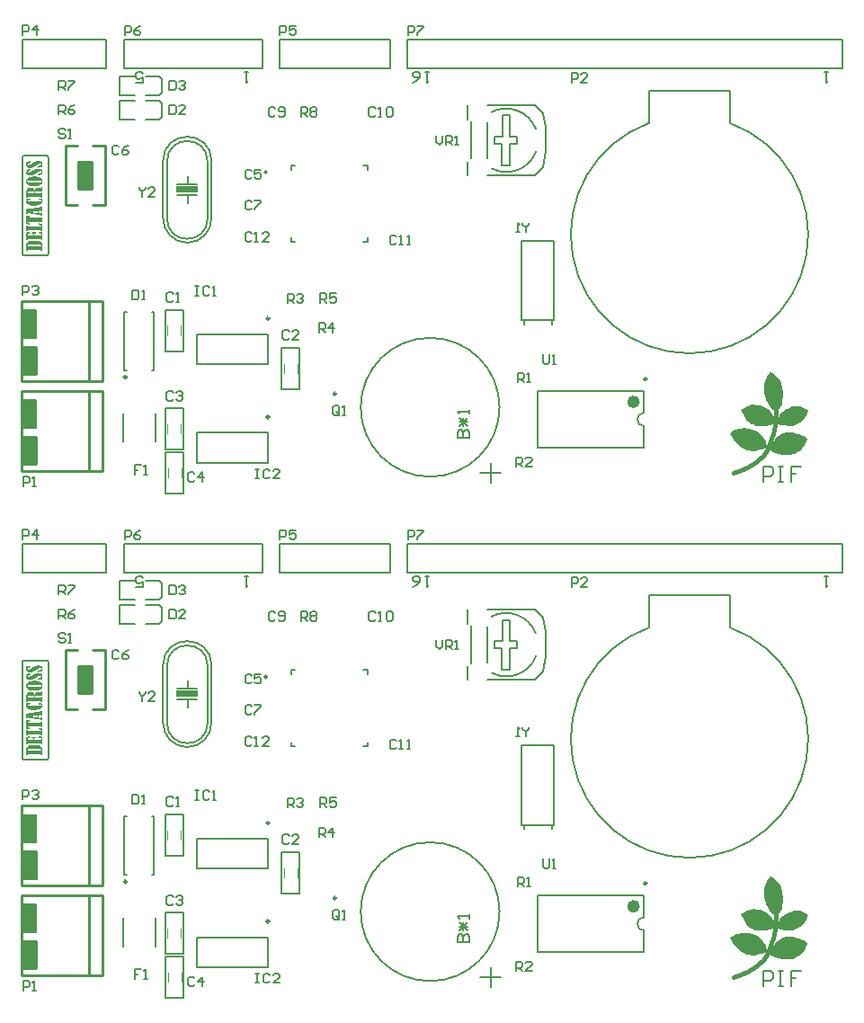
<source format=gto>
G04*
G04 #@! TF.GenerationSoftware,Altium Limited,Altium Designer,21.9.2 (33)*
G04*
G04 Layer_Color=65535*
%FSTAX24Y24*%
%MOIN*%
G70*
G04*
G04 #@! TF.SameCoordinates,6253CE77-86D3-43C4-916D-D03A74546D46*
G04*
G04*
G04 #@! TF.FilePolarity,Positive*
G04*
G01*
G75*
%ADD24C,0.0100*%
%ADD39C,0.0079*%
%ADD40C,0.0098*%
%ADD41C,0.0236*%
%ADD42C,0.0070*%
%ADD43C,0.0080*%
%ADD44C,0.0158*%
%ADD45C,0.0050*%
%ADD46C,0.0040*%
%ADD47R,0.0500X0.1000*%
G36*
X029806Y041309D02*
X029016D01*
Y041539D01*
X029806D01*
Y041309D01*
D02*
G37*
G36*
X024224Y042684D02*
X024245D01*
Y042674D01*
X024266D01*
Y042663D01*
X024277D01*
Y042642D01*
X024287D01*
Y042621D01*
X024298D01*
Y039013D01*
X024287D01*
Y038992D01*
X024277D01*
Y038971D01*
X024266D01*
Y03896D01*
X024245D01*
Y03895D01*
X024224D01*
Y03894D01*
X023346D01*
Y03895D01*
X023325D01*
Y03896D01*
X023304D01*
Y038971D01*
X023293D01*
Y038992D01*
X023283D01*
Y039013D01*
X023273D01*
Y042621D01*
X023283D01*
Y042642D01*
X023293D01*
Y042663D01*
X023304D01*
Y042674D01*
X023325D01*
Y042684D01*
X023346D01*
Y042695D01*
X024224D01*
Y042684D01*
D02*
G37*
G36*
X023827Y036952D02*
X023839Y036922D01*
Y035922D01*
X023827Y035892D01*
X023796Y03588D01*
X023296D01*
X023266Y035892D01*
X023254Y035922D01*
Y036922D01*
X023266Y036952D01*
X023296Y036965D01*
X023796D01*
X023827Y036952D01*
D02*
G37*
G36*
X051024Y034659D02*
X051027Y034659D01*
X051098Y034625D01*
X051098Y034625D01*
X051098Y034625D01*
X051157Y034587D01*
X051157Y034587D01*
X051157Y034587D01*
X051237Y034516D01*
X051237Y034516D01*
X051237Y034516D01*
X051299Y034457D01*
X051299Y034457D01*
X0513Y034457D01*
X051363Y034373D01*
X051363Y034373D01*
X051363Y034373D01*
X051396Y034327D01*
X051396Y034326D01*
X051397Y034326D01*
X051426Y034259D01*
X051426Y034259D01*
X051426Y034259D01*
X051447Y034209D01*
X051447Y034209D01*
X051447Y034208D01*
X051472Y034096D01*
X051472Y034096D01*
X051472Y034096D01*
X051489Y034016D01*
X051489Y034016D01*
X051489Y034016D01*
X051501Y033929D01*
X051501Y033928D01*
X051501Y033928D01*
Y033836D01*
X051501Y033836D01*
X051501Y033836D01*
X051493Y033706D01*
X051493Y033706D01*
X051493Y033706D01*
X051484Y033598D01*
X051484Y033598D01*
X051484Y033597D01*
X051476Y033547D01*
X051476Y033547D01*
X051476Y033547D01*
X051459Y03346D01*
X051459Y03346D01*
X051459Y033459D01*
X051449Y033425D01*
X051449Y033425D01*
X051449Y033424D01*
X051421Y03336D01*
X05142Y03336D01*
X05142Y033359D01*
X051384Y033307D01*
X051384Y033307D01*
X051384Y033307D01*
X051328Y033242D01*
X051327Y033242D01*
X051327Y033242D01*
X051313Y033232D01*
X051314Y033199D01*
X051314Y033198D01*
X051314Y033197D01*
X051313Y033195D01*
X051312Y033194D01*
X051311Y033194D01*
X051311Y033193D01*
X051309Y033193D01*
X051308Y033192D01*
X051307Y033192D01*
X051306Y033192D01*
X051201Y033222D01*
X051201Y033222D01*
X0512Y033222D01*
X051146Y033256D01*
X051146Y033256D01*
X051145Y033256D01*
X051049Y033331D01*
X051049Y033332D01*
X051048Y033332D01*
X050965Y03344D01*
X050965Y033441D01*
X050964Y033441D01*
X050927Y033508D01*
X050927Y033508D01*
X050926Y033509D01*
X050889Y033609D01*
X05086Y033684D01*
X05086Y033684D01*
X05086Y033684D01*
X050839Y033768D01*
X050839Y033768D01*
X050839Y033768D01*
X050818Y033851D01*
X050818Y033852D01*
X050818Y033852D01*
X050813Y033927D01*
X050813Y033928D01*
X050813Y033928D01*
Y034086D01*
X050813Y034086D01*
X050813Y034087D01*
X050822Y034182D01*
X050822Y034182D01*
X050822Y034182D01*
X050834Y034295D01*
X050835Y034296D01*
X050835Y034297D01*
X050864Y034376D01*
X050864Y034376D01*
X050864Y034376D01*
X050893Y034451D01*
X050894Y034451D01*
X050894Y034452D01*
X050952Y034548D01*
X050952Y034548D01*
X050952Y034548D01*
X050998Y034614D01*
X051018Y034656D01*
X05102Y034657D01*
X051022Y034659D01*
X051022Y034659D01*
X051022Y034659D01*
X051024Y034659D01*
D02*
G37*
G36*
X023845Y035601D02*
X023861Y035562D01*
Y034562D01*
X023845Y034524D01*
X023806Y034508D01*
X023306D01*
X023268Y034524D01*
X023252Y034562D01*
Y035562D01*
X023268Y035601D01*
X023306Y035616D01*
X023806D01*
X023845Y035601D01*
D02*
G37*
G36*
X050577Y033428D02*
X050577Y033428D01*
X050578Y033428D01*
X050669Y033403D01*
X05067Y033403D01*
X05067Y033403D01*
X050736Y033382D01*
X050737Y033381D01*
X050737Y033381D01*
X050808Y033344D01*
X050809Y033343D01*
X050871Y033311D01*
X050871Y03331D01*
X050871Y03331D01*
X050992Y033231D01*
X050993Y03323D01*
X050994Y03323D01*
X051111Y03308D01*
X051111Y033079D01*
X051111Y033079D01*
X05119Y03295D01*
X05119Y03295D01*
X05119Y03295D01*
X051215Y032908D01*
X051215Y032906D01*
X051216Y032904D01*
X051195Y032766D01*
X051195Y032766D01*
X051195Y032765D01*
X051194Y032764D01*
X051193Y032763D01*
X051193Y032763D01*
X051193Y032762D01*
X051192Y032762D01*
X051192Y032762D01*
X051025Y032683D01*
X051024Y032683D01*
X051024Y032682D01*
X050836Y03264D01*
X050835Y032641D01*
X050835Y03264D01*
X050689Y032636D01*
X050688Y032636D01*
X050688Y032636D01*
X050513Y032661D01*
X050512Y032661D01*
X050512Y032661D01*
X050399Y032695D01*
X050399Y032695D01*
X050399D01*
X050328Y032724D01*
X050327Y032725D01*
X050327Y032725D01*
X050277Y032762D01*
X050277Y032762D01*
X050276Y032762D01*
X050197Y032825D01*
X050197Y032825D01*
X050196Y032826D01*
X050134Y032892D01*
X050134Y032893D01*
X050133Y032894D01*
X050029Y033073D01*
X050029Y033073D01*
X050029Y033073D01*
X049979Y033177D01*
X049979Y033177D01*
X049979Y033178D01*
X04995Y033248D01*
X04995Y03325D01*
X049949Y033252D01*
X04995Y033253D01*
X04995Y033253D01*
X049951Y033255D01*
X049952Y033256D01*
X05006Y033327D01*
X050061Y033327D01*
X050061Y033327D01*
X050182Y03339D01*
X050182Y03339D01*
X050182Y03339D01*
X050257Y033415D01*
X050258Y033415D01*
X050258Y033415D01*
X050316Y033432D01*
X050317Y033432D01*
X050317Y033432D01*
X050392Y03344D01*
X050393Y03344D01*
X050393Y03344D01*
X050577Y033428D01*
D02*
G37*
G36*
X052023Y033387D02*
X052024Y033387D01*
X052124Y033371D01*
X052124Y033371D01*
X052124Y033371D01*
X052216Y03335D01*
X052216Y033349D01*
X052217Y033349D01*
X052284Y03332D01*
X052284Y03332D01*
X052284D01*
X05235Y033291D01*
X052351Y03329D01*
X052351Y03329D01*
X052435Y033232D01*
X052436Y03323D01*
X052437Y033229D01*
X052437Y033228D01*
X052437Y033228D01*
X052437Y033226D01*
X052437Y033224D01*
X05242Y033191D01*
X052395Y033129D01*
X052395Y033128D01*
X052395Y033128D01*
X052358Y033053D01*
X052358Y033053D01*
X052358Y033053D01*
X052312Y032962D01*
X052311Y032961D01*
X052311Y03296D01*
X052261Y032898D01*
X052261Y032898D01*
X052261Y032898D01*
X052211Y032839D01*
X05221Y032839D01*
X05221Y032838D01*
X052131Y03278D01*
X052131Y03278D01*
X052131Y03278D01*
X052014Y032705D01*
X052013Y032705D01*
X052013Y032704D01*
X051913Y032667D01*
X051912Y032667D01*
X051912Y032667D01*
X051858Y03265D01*
X051857Y03265D01*
X051857Y03265D01*
X051753Y032641D01*
X051752Y032642D01*
X051751Y032641D01*
X051555Y032662D01*
X051555Y032662D01*
X051555Y032662D01*
X051468Y032675D01*
X051468Y032675D01*
X051467Y032675D01*
X051404Y032692D01*
X051404Y032692D01*
X051404Y032692D01*
X051354Y032708D01*
X051354Y032709D01*
X051353Y032709D01*
X051282Y032751D01*
X051282Y032751D01*
X051281Y032752D01*
X051281Y032752D01*
X05128Y032752D01*
X05128Y032753D01*
X051279Y032754D01*
X051279Y032755D01*
X051279Y032756D01*
X051279Y032757D01*
X051279Y032757D01*
X0513Y032886D01*
X0513Y032887D01*
X0513Y032888D01*
X051371Y033026D01*
X051372Y033026D01*
X051372Y033026D01*
X051422Y033101D01*
X051422Y033102D01*
X051423Y033102D01*
X051493Y033172D01*
X051493Y033172D01*
X051493Y033173D01*
X051581Y033244D01*
X051582Y033244D01*
X051582Y033245D01*
X051592Y033251D01*
X051592Y033251D01*
X051592Y033252D01*
X051612Y033264D01*
X051612Y033264D01*
X051613Y033264D01*
X051633Y033275D01*
X051634Y033276D01*
X051634Y033276D01*
X051655Y033286D01*
X051655Y033286D01*
X051655Y033286D01*
X051666Y033291D01*
X051737Y033324D01*
X051737Y033324D01*
X051737Y033324D01*
X051829Y033362D01*
X051829Y033362D01*
X05183Y033362D01*
X051909Y033379D01*
X05191Y033379D01*
X05191Y033379D01*
X052022Y033387D01*
X052023Y033387D01*
D02*
G37*
G36*
X05006Y032562D02*
X05006Y032562D01*
X050231Y032549D01*
X050232Y032549D01*
X050232Y032549D01*
X050366Y032512D01*
X050366Y032512D01*
X050366Y032512D01*
X050546Y032437D01*
X050546Y032436D01*
X050546Y032436D01*
X050634Y032386D01*
X050634Y032386D01*
X050635Y032385D01*
X050685Y032339D01*
X050685Y032339D01*
X050686Y032338D01*
X050727Y03228D01*
X050727Y03228D01*
X050727Y03228D01*
X050777Y032205D01*
X050777Y032205D01*
X050777Y032205D01*
X050861Y032076D01*
X050861Y032076D01*
X050861Y032075D01*
X050886Y032025D01*
X050915Y031967D01*
X050916Y031965D01*
X050916Y031964D01*
Y031947D01*
X050916Y031946D01*
X050916Y031945D01*
X050867Y031822D01*
X050866Y031821D01*
X050866Y031821D01*
X050866Y03182D01*
X050865Y03182D01*
X050864Y031819D01*
X050863Y031818D01*
X050863Y031818D01*
X050862Y031818D01*
X050786Y0318D01*
X050732Y031783D01*
X050732Y031783D01*
X050732Y031783D01*
X050653Y031766D01*
X050653Y031766D01*
X050653Y031766D01*
X050544Y031745D01*
X050544Y031745D01*
X050544Y031745D01*
X050448Y031728D01*
X050448Y031729D01*
X050447Y031728D01*
X050355D01*
X050355Y031728D01*
X050355Y031728D01*
X050263Y031737D01*
X050263Y031737D01*
X050262Y031737D01*
X050192Y031753D01*
X050191Y031754D01*
X050191Y031754D01*
X050091Y031783D01*
X050091Y031783D01*
X05009Y031783D01*
X049977Y031846D01*
X049977Y031846D01*
X049977Y031846D01*
X049919Y031884D01*
X049918Y031884D01*
X049918Y031885D01*
X049801Y032005D01*
X049801Y032005D01*
X049801Y032005D01*
X04973Y03208D01*
X04973Y032081D01*
X04973Y032081D01*
X049684Y032135D01*
X049684Y032136D01*
X049683Y032136D01*
X04965Y032198D01*
X049583Y032315D01*
X049583Y032315D01*
X049583Y032315D01*
X04955Y032378D01*
X04955Y03238D01*
X049549Y032382D01*
X049549Y032382D01*
X049549Y032383D01*
X049551Y032384D01*
X049552Y032386D01*
X049669Y032465D01*
X049669Y032465D01*
X04967Y032466D01*
X049745Y032499D01*
X049745Y032499D01*
X049745Y032499D01*
X049841Y032529D01*
X049841Y032529D01*
X049841Y032529D01*
X049929Y032554D01*
X049929Y032553D01*
X04993Y032554D01*
X050059Y032562D01*
X05006Y032562D01*
D02*
G37*
G36*
X023827Y033624D02*
X023839Y033594D01*
Y032594D01*
X023827Y032564D01*
X023796Y032552D01*
X023296D01*
X023266Y032564D01*
X023254Y032594D01*
Y033594D01*
X023266Y033624D01*
X023296Y033637D01*
X023796D01*
X023827Y033624D01*
D02*
G37*
G36*
X0518Y032413D02*
X0518Y032413D01*
X05188Y032404D01*
X05188Y032404D01*
X051881Y032404D01*
X051956Y032384D01*
X052106Y032346D01*
X052106Y032346D01*
X052107D01*
X052157Y032325D01*
X052157Y032325D01*
X052157Y032325D01*
X052269Y032266D01*
X05227Y032266D01*
X05227Y032266D01*
X05237Y032199D01*
X05237Y032199D01*
X05237Y032199D01*
X052412Y032166D01*
X052413Y032164D01*
X052414Y032163D01*
X052414Y032162D01*
X052414Y032161D01*
X052414Y03216D01*
X052414Y032158D01*
X052385Y032083D01*
X052385Y032083D01*
X052385Y032083D01*
X052339Y031995D01*
X052339Y031995D01*
X052339Y031995D01*
X052305Y031933D01*
X052305Y031932D01*
X052305Y031932D01*
X052218Y031807D01*
X052217Y031807D01*
X052217Y031806D01*
X052159Y031748D01*
X052158Y031748D01*
X052158Y031747D01*
X052091Y031701D01*
X052091Y031701D01*
X05209Y031701D01*
X052024Y031667D01*
X052024Y031667D01*
X052024Y031667D01*
X051928Y031622D01*
X051927Y031622D01*
X051927Y031621D01*
X051869Y031597D01*
X051868Y031596D01*
X051867Y031596D01*
X051768Y031579D01*
X051767Y03158D01*
X051767Y031579D01*
X051617Y031575D01*
X051616Y031575D01*
X051616Y031575D01*
X051458Y031583D01*
X051457Y031584D01*
X051457Y031583D01*
X051336Y031608D01*
X051336Y031609D01*
X051336Y031609D01*
X051236Y031638D01*
X051235Y031638D01*
X051235Y031638D01*
X051135Y031684D01*
X051135Y031684D01*
X051134Y031684D01*
X051059Y03173D01*
X051059Y031731D01*
X051059Y031731D01*
X051004Y031772D01*
X051004Y031773D01*
X051004Y031773D01*
X051003Y031774D01*
X051002Y031774D01*
X051002Y031776D01*
X051002Y031777D01*
X051002Y031777D01*
X051002Y031777D01*
X051002Y031778D01*
X051002Y031779D01*
X051081Y032029D01*
X051083Y032031D01*
X051084Y032033D01*
X051108Y032049D01*
X051199Y032157D01*
X051241Y032206D01*
X051241Y032207D01*
X051242Y032207D01*
X051304Y032261D01*
X051304Y032261D01*
X051305Y032262D01*
X051409Y032328D01*
X051409Y032329D01*
X05141Y032329D01*
X051497Y032371D01*
X051498Y032371D01*
X051499Y032371D01*
X051649Y0324D01*
X051649Y0324D01*
X051649Y0324D01*
X051799Y032413D01*
X0518Y032413D01*
D02*
G37*
G36*
X023845Y032273D02*
X023861Y032234D01*
Y031234D01*
X023845Y031196D01*
X023806Y03118D01*
X023306D01*
X023268Y031196D01*
X023252Y031234D01*
Y032234D01*
X023268Y032273D01*
X023306Y032289D01*
X023806D01*
X023845Y032273D01*
D02*
G37*
G36*
X029806Y022605D02*
X029016D01*
Y022835D01*
X029806D01*
Y022605D01*
D02*
G37*
G36*
X024224Y02398D02*
X024245D01*
Y02397D01*
X024266D01*
Y023959D01*
X024277D01*
Y023938D01*
X024287D01*
Y023917D01*
X024298D01*
Y020309D01*
X024287D01*
Y020288D01*
X024277D01*
Y020267D01*
X024266D01*
Y020256D01*
X024245D01*
Y020246D01*
X024224D01*
Y020235D01*
X023346D01*
Y020246D01*
X023325D01*
Y020256D01*
X023304D01*
Y020267D01*
X023293D01*
Y020288D01*
X023283D01*
Y020309D01*
X023273D01*
Y023917D01*
X023283D01*
Y023938D01*
X023293D01*
Y023959D01*
X023304D01*
Y02397D01*
X023325D01*
Y02398D01*
X023346D01*
Y02399D01*
X024224D01*
Y02398D01*
D02*
G37*
G36*
X023827Y018248D02*
X023839Y018218D01*
Y017218D01*
X023827Y017188D01*
X023796Y017176D01*
X023296D01*
X023266Y017188D01*
X023254Y017218D01*
Y018218D01*
X023266Y018248D01*
X023296Y018261D01*
X023796D01*
X023827Y018248D01*
D02*
G37*
G36*
X051024Y015954D02*
X051027Y015954D01*
X051098Y015921D01*
X051098Y015921D01*
X051098Y015921D01*
X051157Y015883D01*
X051157Y015882D01*
X051157Y015882D01*
X051237Y015812D01*
X051237Y015812D01*
X051237Y015811D01*
X051299Y015753D01*
X051299Y015753D01*
X0513Y015752D01*
X051363Y015669D01*
X051363Y015669D01*
X051363Y015669D01*
X051396Y015623D01*
X051396Y015622D01*
X051397Y015622D01*
X051426Y015555D01*
X051426Y015555D01*
X051426Y015555D01*
X051447Y015505D01*
X051447Y015504D01*
X051447Y015504D01*
X051472Y015392D01*
X051472Y015391D01*
X051472Y015391D01*
X051489Y015312D01*
X051489Y015312D01*
X051489Y015312D01*
X051501Y015224D01*
X051501Y015224D01*
X051501Y015223D01*
Y015132D01*
X051501Y015132D01*
X051501Y015131D01*
X051493Y015002D01*
X051493Y015002D01*
X051493Y015002D01*
X051484Y014894D01*
X051484Y014893D01*
X051484Y014893D01*
X051476Y014843D01*
X051476Y014843D01*
X051476Y014843D01*
X051459Y014756D01*
X051459Y014755D01*
X051459Y014755D01*
X051449Y014721D01*
X051449Y01472D01*
X051449Y01472D01*
X051421Y014656D01*
X05142Y014655D01*
X05142Y014655D01*
X051384Y014603D01*
X051384Y014603D01*
X051384Y014602D01*
X051328Y014538D01*
X051327Y014538D01*
X051327Y014537D01*
X051313Y014527D01*
X051314Y014494D01*
X051314Y014493D01*
X051314Y014492D01*
X051313Y014491D01*
X051312Y01449D01*
X051311Y014489D01*
X051311Y014489D01*
X051309Y014488D01*
X051308Y014488D01*
X051307Y014488D01*
X051306Y014488D01*
X051201Y014517D01*
X051201Y014518D01*
X0512Y014518D01*
X051146Y014551D01*
X051146Y014552D01*
X051145Y014552D01*
X051049Y014627D01*
X051049Y014627D01*
X051048Y014628D01*
X050965Y014736D01*
X050965Y014737D01*
X050964Y014737D01*
X050927Y014804D01*
X050927Y014804D01*
X050926Y014805D01*
X050889Y014905D01*
X05086Y01498D01*
X05086Y01498D01*
X05086Y01498D01*
X050839Y015064D01*
X050839Y015064D01*
X050839Y015064D01*
X050818Y015147D01*
X050818Y015148D01*
X050818Y015148D01*
X050813Y015223D01*
X050813Y015223D01*
X050813Y015223D01*
Y015382D01*
X050813Y015382D01*
X050813Y015382D01*
X050822Y015478D01*
X050822Y015478D01*
X050822Y015478D01*
X050834Y015591D01*
X050835Y015592D01*
X050835Y015592D01*
X050864Y015671D01*
X050864Y015671D01*
X050864Y015671D01*
X050893Y015746D01*
X050894Y015747D01*
X050894Y015747D01*
X050952Y015843D01*
X050952Y015844D01*
X050952Y015844D01*
X050998Y01591D01*
X051018Y015951D01*
X05102Y015953D01*
X051022Y015955D01*
X051022Y015955D01*
X051022Y015955D01*
X051024Y015954D01*
D02*
G37*
G36*
X023845Y016896D02*
X023861Y016858D01*
Y015858D01*
X023845Y01582D01*
X023806Y015804D01*
X023306D01*
X023268Y01582D01*
X023252Y015858D01*
Y016858D01*
X023268Y016896D01*
X023306Y016912D01*
X023806D01*
X023845Y016896D01*
D02*
G37*
G36*
X050577Y014724D02*
X050577Y014724D01*
X050578Y014724D01*
X050669Y014699D01*
X05067Y014699D01*
X05067Y014699D01*
X050736Y014678D01*
X050737Y014677D01*
X050737Y014677D01*
X050808Y01464D01*
X050809Y014639D01*
X050871Y014606D01*
X050871Y014606D01*
X050871Y014606D01*
X050992Y014527D01*
X050993Y014526D01*
X050994Y014525D01*
X051111Y014375D01*
X051111Y014375D01*
X051111Y014375D01*
X05119Y014246D01*
X05119Y014246D01*
X05119Y014246D01*
X051215Y014204D01*
X051215Y014202D01*
X051216Y0142D01*
X051195Y014062D01*
X051195Y014062D01*
X051195Y014061D01*
X051194Y01406D01*
X051193Y014059D01*
X051193Y014058D01*
X051193Y014058D01*
X051192Y014058D01*
X051192Y014057D01*
X051025Y013978D01*
X051024Y013978D01*
X051024Y013978D01*
X050836Y013936D01*
X050835Y013936D01*
X050835Y013936D01*
X050689Y013932D01*
X050688Y013932D01*
X050688Y013932D01*
X050513Y013957D01*
X050512Y013957D01*
X050512Y013957D01*
X050399Y01399D01*
X050399Y013991D01*
X050399D01*
X050328Y01402D01*
X050327Y01402D01*
X050327Y014021D01*
X050277Y014058D01*
X050277Y014058D01*
X050276Y014058D01*
X050197Y014121D01*
X050197Y014121D01*
X050196Y014121D01*
X050134Y014188D01*
X050134Y014189D01*
X050133Y014189D01*
X050029Y014368D01*
X050029Y014369D01*
X050029Y014369D01*
X049979Y014473D01*
X049979Y014473D01*
X049979Y014473D01*
X04995Y014544D01*
X04995Y014546D01*
X049949Y014548D01*
X04995Y014548D01*
X04995Y014549D01*
X049951Y01455D01*
X049952Y014552D01*
X05006Y014623D01*
X050061Y014623D01*
X050061Y014623D01*
X050182Y014686D01*
X050182Y014686D01*
X050182Y014686D01*
X050257Y014711D01*
X050258Y014711D01*
X050258Y014711D01*
X050316Y014728D01*
X050317Y014728D01*
X050317Y014728D01*
X050392Y014736D01*
X050393Y014736D01*
X050393Y014736D01*
X050577Y014724D01*
D02*
G37*
G36*
X052023Y014683D02*
X052024Y014683D01*
X052124Y014666D01*
X052124Y014666D01*
X052124Y014666D01*
X052216Y014645D01*
X052216Y014645D01*
X052217Y014645D01*
X052284Y014616D01*
X052284Y014616D01*
X052284D01*
X05235Y014587D01*
X052351Y014586D01*
X052351Y014586D01*
X052435Y014528D01*
X052436Y014526D01*
X052437Y014525D01*
X052437Y014524D01*
X052437Y014524D01*
X052437Y014522D01*
X052437Y01452D01*
X05242Y014487D01*
X052395Y014424D01*
X052395Y014424D01*
X052395Y014424D01*
X052358Y014349D01*
X052358Y014349D01*
X052358Y014349D01*
X052312Y014257D01*
X052311Y014257D01*
X052311Y014256D01*
X052261Y014193D01*
X052261Y014193D01*
X052261Y014193D01*
X052211Y014135D01*
X05221Y014135D01*
X05221Y014134D01*
X052131Y014076D01*
X052131Y014076D01*
X052131Y014075D01*
X052014Y014D01*
X052013Y014D01*
X052013Y014D01*
X051913Y013962D01*
X051912Y013962D01*
X051912Y013962D01*
X051858Y013946D01*
X051857Y013946D01*
X051857Y013945D01*
X051753Y013937D01*
X051752Y013937D01*
X051751Y013937D01*
X051555Y013958D01*
X051555Y013958D01*
X051555Y013958D01*
X051468Y01397D01*
X051468Y013971D01*
X051467Y013971D01*
X051404Y013987D01*
X051404Y013987D01*
X051404Y013987D01*
X051354Y014004D01*
X051354Y014005D01*
X051353Y014005D01*
X051282Y014046D01*
X051282Y014047D01*
X051281Y014047D01*
X051281Y014048D01*
X05128Y014048D01*
X05128Y014049D01*
X051279Y01405D01*
X051279Y014051D01*
X051279Y014052D01*
X051279Y014052D01*
X051279Y014053D01*
X0513Y014182D01*
X0513Y014183D01*
X0513Y014184D01*
X051371Y014321D01*
X051372Y014322D01*
X051372Y014322D01*
X051422Y014397D01*
X051422Y014397D01*
X051423Y014398D01*
X051493Y014468D01*
X051493Y014468D01*
X051493Y014468D01*
X051581Y01454D01*
X051582Y01454D01*
X051582Y01454D01*
X051592Y014547D01*
X051592Y014547D01*
X051592Y014547D01*
X051612Y01456D01*
X051612Y01456D01*
X051613Y01456D01*
X051633Y014571D01*
X051634Y014571D01*
X051634Y014571D01*
X051655Y014582D01*
X051655Y014582D01*
X051655Y014582D01*
X051666Y014587D01*
X051737Y01462D01*
X051737Y01462D01*
X051737Y01462D01*
X051829Y014658D01*
X051829Y014658D01*
X05183Y014658D01*
X051909Y014675D01*
X05191Y014675D01*
X05191Y014675D01*
X052022Y014683D01*
X052023Y014683D01*
D02*
G37*
G36*
X05006Y013858D02*
X05006Y013858D01*
X050231Y013845D01*
X050232Y013845D01*
X050232Y013845D01*
X050366Y013808D01*
X050366Y013807D01*
X050366Y013807D01*
X050546Y013732D01*
X050546Y013732D01*
X050546Y013732D01*
X050634Y013682D01*
X050634Y013681D01*
X050635Y013681D01*
X050685Y013635D01*
X050685Y013635D01*
X050686Y013634D01*
X050727Y013576D01*
X050727Y013576D01*
X050727Y013576D01*
X050777Y013501D01*
X050777Y013501D01*
X050777Y013501D01*
X050861Y013372D01*
X050861Y013371D01*
X050861Y013371D01*
X050886Y013321D01*
X050915Y013263D01*
X050916Y013261D01*
X050916Y01326D01*
Y013243D01*
X050916Y013242D01*
X050916Y013241D01*
X050867Y013117D01*
X050866Y013117D01*
X050866Y013116D01*
X050866Y013116D01*
X050865Y013115D01*
X050864Y013115D01*
X050863Y013114D01*
X050863Y013114D01*
X050862Y013114D01*
X050786Y013095D01*
X050732Y013079D01*
X050732Y013079D01*
X050732Y013079D01*
X050653Y013062D01*
X050653Y013062D01*
X050653Y013062D01*
X050544Y013041D01*
X050544Y013041D01*
X050544Y013041D01*
X050448Y013024D01*
X050448Y013024D01*
X050447Y013024D01*
X050355D01*
X050355Y013024D01*
X050355Y013024D01*
X050263Y013032D01*
X050263Y013033D01*
X050262Y013033D01*
X050192Y013049D01*
X050191Y013049D01*
X050191Y013049D01*
X050091Y013079D01*
X050091Y013079D01*
X05009Y013079D01*
X049977Y013142D01*
X049977Y013142D01*
X049977Y013142D01*
X049919Y013179D01*
X049918Y01318D01*
X049918Y01318D01*
X049801Y013301D01*
X049801Y013301D01*
X049801Y013301D01*
X04973Y013376D01*
X04973Y013376D01*
X04973Y013376D01*
X049684Y013431D01*
X049684Y013431D01*
X049683Y013432D01*
X04965Y013494D01*
X049583Y013611D01*
X049583Y013611D01*
X049583Y013611D01*
X04955Y013673D01*
X04955Y013676D01*
X049549Y013678D01*
X049549Y013678D01*
X049549Y013678D01*
X049551Y01368D01*
X049552Y013682D01*
X049669Y013761D01*
X049669Y013761D01*
X04967Y013761D01*
X049745Y013795D01*
X049745Y013795D01*
X049745Y013795D01*
X049841Y013824D01*
X049841Y013824D01*
X049841Y013824D01*
X049929Y013849D01*
X049929Y013849D01*
X04993Y01385D01*
X050059Y013858D01*
X05006Y013858D01*
D02*
G37*
G36*
X023827Y01492D02*
X023839Y01489D01*
Y01389D01*
X023827Y01386D01*
X023796Y013848D01*
X023296D01*
X023266Y01386D01*
X023254Y01389D01*
Y01489D01*
X023266Y01492D01*
X023296Y014933D01*
X023796D01*
X023827Y01492D01*
D02*
G37*
G36*
X0518Y013708D02*
X0518Y013709D01*
X05188Y0137D01*
X05188Y0137D01*
X051881Y0137D01*
X051956Y013679D01*
X052106Y013642D01*
X052106Y013641D01*
X052107D01*
X052157Y013621D01*
X052157Y013621D01*
X052157Y013621D01*
X052269Y013562D01*
X05227Y013562D01*
X05227Y013562D01*
X05237Y013495D01*
X05237Y013495D01*
X05237Y013495D01*
X052412Y013461D01*
X052413Y01346D01*
X052414Y013459D01*
X052414Y013458D01*
X052414Y013457D01*
X052414Y013456D01*
X052414Y013454D01*
X052385Y013379D01*
X052385Y013379D01*
X052385Y013379D01*
X052339Y013291D01*
X052339Y013291D01*
X052339Y013291D01*
X052305Y013228D01*
X052305Y013228D01*
X052305Y013228D01*
X052218Y013103D01*
X052217Y013103D01*
X052217Y013102D01*
X052159Y013044D01*
X052158Y013043D01*
X052158Y013043D01*
X052091Y012997D01*
X052091Y012997D01*
X05209Y012996D01*
X052024Y012963D01*
X052024Y012963D01*
X052024Y012963D01*
X051928Y012917D01*
X051927Y012917D01*
X051927Y012917D01*
X051869Y012892D01*
X051868Y012892D01*
X051867Y012892D01*
X051768Y012875D01*
X051767Y012875D01*
X051767Y012875D01*
X051617Y012871D01*
X051616Y012871D01*
X051616Y012871D01*
X051458Y012879D01*
X051457Y012879D01*
X051457Y012879D01*
X051336Y012904D01*
X051336Y012904D01*
X051336Y012904D01*
X051236Y012934D01*
X051235Y012934D01*
X051235Y012934D01*
X051135Y01298D01*
X051135Y01298D01*
X051134Y01298D01*
X051059Y013026D01*
X051059Y013026D01*
X051059Y013026D01*
X051004Y013068D01*
X051004Y013068D01*
X051004Y013069D01*
X051003Y01307D01*
X051002Y01307D01*
X051002Y013071D01*
X051002Y013072D01*
X051002Y013073D01*
X051002Y013073D01*
X051002Y013074D01*
X051002Y013075D01*
X051081Y013325D01*
X051083Y013327D01*
X051084Y013328D01*
X051108Y013345D01*
X051199Y013452D01*
X051241Y013502D01*
X051241Y013503D01*
X051242Y013503D01*
X051304Y013557D01*
X051304Y013557D01*
X051305Y013558D01*
X051409Y013624D01*
X051409Y013624D01*
X05141Y013625D01*
X051497Y013666D01*
X051498Y013666D01*
X051499Y013667D01*
X051649Y013696D01*
X051649Y013696D01*
X051649Y013696D01*
X051799Y013709D01*
X0518Y013708D01*
D02*
G37*
G36*
X023845Y013568D02*
X023861Y01353D01*
Y01253D01*
X023845Y012492D01*
X023806Y012476D01*
X023306D01*
X023268Y012492D01*
X023252Y01253D01*
Y01353D01*
X023268Y013568D01*
X023306Y013584D01*
X023806D01*
X023845Y013568D01*
D02*
G37*
%LPC*%
G36*
X024214Y042632D02*
X023356D01*
Y042621D01*
X023346D01*
Y042611D01*
X023335D01*
Y039023D01*
X023346D01*
Y039013D01*
X023356D01*
Y039002D01*
X024214D01*
Y039013D01*
X024224D01*
Y039023D01*
X024235D01*
Y042611D01*
X024224D01*
Y042621D01*
X024214D01*
Y042632D01*
D02*
G37*
%LPD*%
G36*
X023952Y042465D02*
X023984D01*
Y042454D01*
X024005D01*
Y042444D01*
X024015D01*
Y042433D01*
X024026D01*
Y042423D01*
X024036D01*
Y042402D01*
X024047D01*
Y042329D01*
X024036D01*
Y042308D01*
X024026D01*
Y042297D01*
X024036D01*
Y042287D01*
X024047D01*
Y042255D01*
X024036D01*
Y042245D01*
X023973D01*
Y042234D01*
X023911D01*
Y042224D01*
X023879D01*
Y042234D01*
X023869D01*
Y042255D01*
X023879D01*
Y042276D01*
X02389D01*
Y042287D01*
X023921D01*
Y042297D01*
X023942D01*
Y042308D01*
X023963D01*
Y042318D01*
X023984D01*
Y042329D01*
X023994D01*
Y04235D01*
X024005D01*
Y04236D01*
X023994D01*
Y042381D01*
X023942D01*
Y04237D01*
X023921D01*
Y04236D01*
X0239D01*
Y04235D01*
X023879D01*
Y042339D01*
X023858D01*
Y042329D01*
X023848D01*
Y042318D01*
X023827D01*
Y042308D01*
X023806D01*
Y042297D01*
X023796D01*
Y042287D01*
X023775D01*
Y042276D01*
X023754D01*
Y042266D01*
X023733D01*
Y042255D01*
X023712D01*
Y042245D01*
X023691D01*
Y042234D01*
X02366D01*
Y042224D01*
X023607D01*
Y042214D01*
X023565D01*
Y042224D01*
X023513D01*
Y042234D01*
X023492D01*
Y042245D01*
X023471D01*
Y042255D01*
X023461D01*
Y042266D01*
X02345D01*
Y042287D01*
X02344D01*
Y04235D01*
X02345D01*
Y04237D01*
X023461D01*
Y042391D01*
X02345D01*
Y042402D01*
X02344D01*
Y042444D01*
X023492D01*
Y042454D01*
X023555D01*
Y042465D01*
X023607D01*
Y042423D01*
X023597D01*
Y042412D01*
X023586D01*
Y042402D01*
X023565D01*
Y042391D01*
X023545D01*
Y042381D01*
X023524D01*
Y04237D01*
X023503D01*
Y04236D01*
X023492D01*
Y042318D01*
X023534D01*
Y042329D01*
X023565D01*
Y042339D01*
X023586D01*
Y04235D01*
X023607D01*
Y04236D01*
X023628D01*
Y04237D01*
X023639D01*
Y042381D01*
X02366D01*
Y042391D01*
X02368D01*
Y042402D01*
X023691D01*
Y042412D01*
X023712D01*
Y042423D01*
X023733D01*
Y042433D01*
X023754D01*
Y042444D01*
X023775D01*
Y042454D01*
X023806D01*
Y042465D01*
X023837D01*
Y042475D01*
X023952D01*
Y042465D01*
D02*
G37*
G36*
Y042182D02*
X023984D01*
Y042172D01*
X024005D01*
Y042161D01*
X024015D01*
Y042151D01*
X024026D01*
Y04214D01*
X024036D01*
Y042119D01*
X024047D01*
Y042046D01*
X024036D01*
Y042025D01*
X024026D01*
Y042015D01*
X024036D01*
Y042004D01*
X024047D01*
Y041973D01*
X024036D01*
Y041962D01*
X023973D01*
Y041952D01*
X023911D01*
Y041942D01*
X023879D01*
Y041952D01*
X023869D01*
Y041973D01*
X023879D01*
Y041994D01*
X02389D01*
Y042004D01*
X023921D01*
Y042015D01*
X023942D01*
Y042025D01*
X023963D01*
Y042036D01*
X023984D01*
Y042046D01*
X023994D01*
Y042067D01*
X024005D01*
Y042078D01*
X023994D01*
Y042098D01*
X023942D01*
Y042088D01*
X023921D01*
Y042078D01*
X0239D01*
Y042067D01*
X023879D01*
Y042057D01*
X023858D01*
Y042046D01*
X023848D01*
Y042036D01*
X023827D01*
Y042025D01*
X023806D01*
Y042015D01*
X023796D01*
Y042004D01*
X023775D01*
Y041994D01*
X023754D01*
Y041983D01*
X023733D01*
Y041973D01*
X023712D01*
Y041962D01*
X023691D01*
Y041952D01*
X02366D01*
Y041942D01*
X023607D01*
Y041931D01*
X023565D01*
Y041942D01*
X023513D01*
Y041952D01*
X023492D01*
Y041962D01*
X023471D01*
Y041973D01*
X023461D01*
Y041983D01*
X02345D01*
Y042004D01*
X02344D01*
Y042067D01*
X02345D01*
Y042088D01*
X023461D01*
Y042109D01*
X02345D01*
Y042119D01*
X02344D01*
Y042161D01*
X023492D01*
Y042172D01*
X023555D01*
Y042182D01*
X023607D01*
Y04214D01*
X023597D01*
Y04213D01*
X023586D01*
Y042119D01*
X023565D01*
Y042109D01*
X023545D01*
Y042098D01*
X023524D01*
Y042088D01*
X023503D01*
Y042078D01*
X023492D01*
Y042067D01*
Y042036D01*
X023534D01*
Y042046D01*
X023565D01*
Y042057D01*
X023586D01*
Y042067D01*
X023607D01*
Y042078D01*
X023628D01*
Y042088D01*
X023639D01*
Y042098D01*
X02366D01*
Y042109D01*
X02368D01*
Y042119D01*
X023691D01*
Y04213D01*
X023712D01*
Y04214D01*
X023733D01*
Y042151D01*
X023754D01*
Y042161D01*
X023775D01*
Y042172D01*
X023806D01*
Y042182D01*
X023837D01*
Y042193D01*
X023952D01*
Y042182D01*
D02*
G37*
G36*
X023837Y041889D02*
X023879D01*
Y041879D01*
X023911D01*
Y041868D01*
X023942D01*
Y041858D01*
X023963D01*
Y041847D01*
X023973D01*
Y041837D01*
X023994D01*
Y041827D01*
X024005D01*
Y041816D01*
X024015D01*
Y041806D01*
X024026D01*
Y041785D01*
X024036D01*
Y041764D01*
X024047D01*
Y04167D01*
X024036D01*
Y041638D01*
X024026D01*
Y041628D01*
X024015D01*
Y041617D01*
X024005D01*
Y041607D01*
X023994D01*
Y041596D01*
X023984D01*
Y041586D01*
X023963D01*
Y041575D01*
X023942D01*
Y041565D01*
X023921D01*
Y041555D01*
X023879D01*
Y041544D01*
X023837D01*
Y041534D01*
X02366D01*
Y041544D01*
X023607D01*
Y041555D01*
X023576D01*
Y041565D01*
X023545D01*
Y041575D01*
X023524D01*
Y041586D01*
X023513D01*
Y041596D01*
X023503D01*
Y041607D01*
X023482D01*
Y041617D01*
X023471D01*
Y041638D01*
X023461D01*
Y041649D01*
X02345D01*
Y04168D01*
X02344D01*
Y041753D01*
X02345D01*
Y041785D01*
X023461D01*
Y041795D01*
X023471D01*
Y041816D01*
X023482D01*
Y041827D01*
X023503D01*
Y041837D01*
X023513D01*
Y041847D01*
X023534D01*
Y041858D01*
X023555D01*
Y041868D01*
X023576D01*
Y041879D01*
X023607D01*
Y041889D01*
X02366D01*
Y0419D01*
X023837D01*
Y041889D01*
D02*
G37*
G36*
X024036Y041492D02*
X024047D01*
Y041377D01*
X024036D01*
Y041366D01*
X024026D01*
Y041356D01*
X024005D01*
Y041345D01*
X023796D01*
Y041335D01*
X023785D01*
Y041283D01*
X023973D01*
Y041293D01*
X023994D01*
Y041304D01*
X024036D01*
Y041293D01*
X024047D01*
Y041136D01*
X024036D01*
Y041126D01*
X024026D01*
Y041115D01*
X024005D01*
Y041126D01*
X023984D01*
Y041147D01*
X023503D01*
Y041126D01*
X023492D01*
Y041115D01*
X023461D01*
Y041126D01*
X02345D01*
Y041387D01*
X023461D01*
Y041408D01*
X023471D01*
Y041429D01*
X023482D01*
Y041439D01*
X023492D01*
Y04145D01*
X023503D01*
Y04146D01*
X023513D01*
Y041471D01*
X023534D01*
Y041481D01*
X023565D01*
Y041492D01*
X02366D01*
Y041481D01*
X023691D01*
Y041471D01*
X023701D01*
Y04146D01*
X023712D01*
Y04145D01*
X023722D01*
Y041439D01*
X023733D01*
Y041429D01*
X023743D01*
Y041408D01*
X023754D01*
Y041387D01*
X023764D01*
Y041419D01*
X023775D01*
Y041429D01*
X023785D01*
Y04145D01*
X023796D01*
Y04146D01*
X023816D01*
Y041471D01*
X023837D01*
Y041481D01*
X023984D01*
Y041492D01*
X023994D01*
Y041502D01*
X024036D01*
Y041492D01*
D02*
G37*
G36*
X023973Y041084D02*
X023994D01*
Y041073D01*
X024015D01*
Y041063D01*
X024026D01*
Y041042D01*
X024036D01*
Y041032D01*
X024047D01*
Y040937D01*
X024036D01*
Y040916D01*
X024026D01*
Y040906D01*
X024015D01*
Y040896D01*
X024005D01*
Y040885D01*
X023994D01*
Y040875D01*
X023973D01*
Y040864D01*
X023952D01*
Y040854D01*
X023932D01*
Y040843D01*
X0239D01*
Y040833D01*
X023848D01*
Y040822D01*
X023618D01*
Y040833D01*
X023576D01*
Y040843D01*
X023555D01*
Y040854D01*
X023524D01*
Y040864D01*
X023503D01*
Y040875D01*
X023492D01*
Y040885D01*
X023482D01*
Y040896D01*
X023471D01*
Y040906D01*
X023461D01*
Y040916D01*
X02345D01*
Y040937D01*
X02344D01*
Y041D01*
X02345D01*
Y041021D01*
X023461D01*
Y041032D01*
X02345D01*
Y041042D01*
X02344D01*
Y041084D01*
X023471D01*
Y041094D01*
X023618D01*
Y041052D01*
X023607D01*
Y041042D01*
X023565D01*
Y041032D01*
X023524D01*
Y041021D01*
X023503D01*
Y041011D01*
X023492D01*
Y04099D01*
X023503D01*
Y040979D01*
X023994D01*
Y04099D01*
X024005D01*
Y041011D01*
X023994D01*
Y041021D01*
X023973D01*
Y041032D01*
X023921D01*
Y041042D01*
X0239D01*
Y041094D01*
X023973D01*
Y041084D01*
D02*
G37*
G36*
X024036Y040781D02*
X024047D01*
Y040613D01*
X024036D01*
Y040603D01*
X024005D01*
Y040613D01*
X023994D01*
Y040624D01*
X023984D01*
Y040634D01*
X023942D01*
Y040624D01*
X023911D01*
Y040529D01*
X023984D01*
Y04054D01*
X023994D01*
Y04055D01*
X024005D01*
Y040561D01*
X024036D01*
Y04055D01*
X024047D01*
Y040446D01*
X024036D01*
Y040435D01*
X024005D01*
Y040446D01*
X023994D01*
Y040456D01*
X023973D01*
Y040467D01*
X023932D01*
Y040477D01*
X023858D01*
Y040488D01*
X023796D01*
Y040498D01*
X023733D01*
Y040509D01*
X02367D01*
Y040519D01*
X023607D01*
Y040529D01*
X023534D01*
Y04054D01*
X023513D01*
Y040529D01*
X023503D01*
Y040519D01*
X023482D01*
Y040509D01*
X023461D01*
Y040519D01*
X02345D01*
Y040686D01*
X023471D01*
Y040697D01*
X023545D01*
Y040707D01*
X023607D01*
Y040718D01*
X02368D01*
Y040728D01*
X023754D01*
Y040739D01*
X023816D01*
Y040749D01*
X02389D01*
Y04076D01*
X023952D01*
Y04077D01*
X023984D01*
Y040781D01*
X023994D01*
Y040791D01*
X024036D01*
Y040781D01*
D02*
G37*
G36*
X023576Y040446D02*
X023586D01*
Y040404D01*
X023565D01*
Y040393D01*
X023513D01*
Y040383D01*
X023492D01*
Y040362D01*
X023984D01*
Y040373D01*
X023994D01*
Y040383D01*
X024005D01*
Y040393D01*
X024026D01*
Y040383D01*
X024036D01*
Y040373D01*
X024047D01*
Y040205D01*
X024036D01*
Y040195D01*
X023994D01*
Y040205D01*
X023984D01*
Y040216D01*
X023973D01*
Y040226D01*
X023492D01*
Y040195D01*
X023513D01*
Y040184D01*
X023576D01*
Y040174D01*
X023586D01*
Y040122D01*
X023503D01*
Y040132D01*
X02345D01*
Y040414D01*
Y040425D01*
Y040446D01*
X023545D01*
Y040456D01*
X023576D01*
Y040446D01*
D02*
G37*
G36*
X023942Y040153D02*
X024015D01*
Y040142D01*
X024036D01*
Y040132D01*
X024047D01*
Y039881D01*
X024036D01*
Y03987D01*
X024005D01*
Y039881D01*
X023994D01*
Y039891D01*
X023984D01*
Y039902D01*
X023503D01*
Y039881D01*
X023482D01*
Y03987D01*
X023461D01*
Y039881D01*
X02345D01*
Y040069D01*
X023503D01*
Y040048D01*
X023513D01*
Y040038D01*
X023994D01*
Y04008D01*
X023984D01*
Y04009D01*
X023952D01*
Y040101D01*
X023921D01*
Y040111D01*
X023911D01*
Y040122D01*
X0239D01*
Y040153D01*
X023911D01*
Y040163D01*
X023942D01*
Y040153D01*
D02*
G37*
G36*
X023952Y039839D02*
X024015D01*
Y039829D01*
X024036D01*
Y039818D01*
X024047D01*
Y039567D01*
X024036D01*
Y039557D01*
X023994D01*
Y039578D01*
X023984D01*
Y039588D01*
X023503D01*
Y039567D01*
X023492D01*
Y039557D01*
X02345D01*
Y039818D01*
X023461D01*
Y039829D01*
X023513D01*
Y039839D01*
X023576D01*
Y039797D01*
X023565D01*
Y039787D01*
X023534D01*
Y039776D01*
X023513D01*
Y039766D01*
X023492D01*
Y039724D01*
X023701D01*
Y039766D01*
X02368D01*
Y039776D01*
X023649D01*
Y039787D01*
X023639D01*
Y039808D01*
X023649D01*
Y039818D01*
X02366D01*
Y039829D01*
X023796D01*
Y039818D01*
X023806D01*
Y039776D01*
X023775D01*
Y039766D01*
X023754D01*
Y039755D01*
X023743D01*
Y039724D01*
X023994D01*
Y039766D01*
X023984D01*
Y039776D01*
X023963D01*
Y039787D01*
X023932D01*
Y039797D01*
X023911D01*
Y039808D01*
X0239D01*
Y03985D01*
X023952D01*
Y039839D01*
D02*
G37*
G36*
X023858Y039515D02*
X0239D01*
Y039504D01*
X023932D01*
Y039494D01*
X023952D01*
Y039483D01*
X023973D01*
Y039473D01*
X023984D01*
Y039463D01*
X023994D01*
Y039452D01*
X024005D01*
Y039442D01*
X024015D01*
Y039431D01*
X024026D01*
Y03941D01*
X024036D01*
Y039368D01*
X024047D01*
Y039159D01*
X024036D01*
Y039149D01*
X023994D01*
Y039159D01*
X023984D01*
Y03917D01*
X023973D01*
Y03918D01*
X023513D01*
Y03917D01*
X023503D01*
Y039159D01*
X023492D01*
Y039149D01*
X02345D01*
Y0394D01*
X023461D01*
Y039421D01*
X023471D01*
Y039442D01*
X023482D01*
Y039452D01*
X023492D01*
Y039463D01*
X023503D01*
Y039473D01*
X023513D01*
Y039483D01*
X023534D01*
Y039494D01*
X023555D01*
Y039504D01*
X023586D01*
Y039515D01*
X023628D01*
Y039525D01*
X023858D01*
Y039515D01*
D02*
G37*
%LPC*%
G36*
X023994Y041743D02*
X023492D01*
Y041732D01*
X023482D01*
Y041701D01*
X023492D01*
Y041691D01*
X023994D01*
Y041701D01*
X024005D01*
Y041732D01*
X023994D01*
Y041743D01*
D02*
G37*
G36*
X023712Y041345D02*
X023513D01*
Y041335D01*
X023503D01*
Y041324D01*
X023492D01*
Y041283D01*
X023733D01*
Y041335D01*
X023712D01*
Y041345D01*
D02*
G37*
G36*
X023869Y040613D02*
X023796D01*
Y040603D01*
X023722D01*
Y040592D01*
X023639D01*
Y040582D01*
X023618D01*
Y040571D01*
X023691D01*
Y040561D01*
X023754D01*
Y04055D01*
X023827D01*
Y04054D01*
X023869D01*
Y040613D01*
D02*
G37*
G36*
X023984Y039368D02*
X023513D01*
Y039358D01*
X023503D01*
Y039347D01*
X023492D01*
Y039316D01*
X024005D01*
Y039347D01*
X023994D01*
Y039358D01*
X023984D01*
Y039368D01*
D02*
G37*
G36*
X024214Y023928D02*
X023356D01*
Y023917D01*
X023346D01*
Y023907D01*
X023335D01*
Y020319D01*
X023346D01*
Y020309D01*
X023356D01*
Y020298D01*
X024214D01*
Y020309D01*
X024224D01*
Y020319D01*
X024235D01*
Y023907D01*
X024224D01*
Y023917D01*
X024214D01*
Y023928D01*
D02*
G37*
%LPD*%
G36*
X023952Y02376D02*
X023984D01*
Y02375D01*
X024005D01*
Y023739D01*
X024015D01*
Y023729D01*
X024026D01*
Y023718D01*
X024036D01*
Y023698D01*
X024047D01*
Y023624D01*
X024036D01*
Y023603D01*
X024026D01*
Y023593D01*
X024036D01*
Y023583D01*
X024047D01*
Y023551D01*
X024036D01*
Y023541D01*
X023973D01*
Y02353D01*
X023911D01*
Y02352D01*
X023879D01*
Y02353D01*
X023869D01*
Y023551D01*
X023879D01*
Y023572D01*
X02389D01*
Y023583D01*
X023921D01*
Y023593D01*
X023942D01*
Y023603D01*
X023963D01*
Y023614D01*
X023984D01*
Y023624D01*
X023994D01*
Y023645D01*
X024005D01*
Y023656D01*
X023994D01*
Y023677D01*
X023942D01*
Y023666D01*
X023921D01*
Y023656D01*
X0239D01*
Y023645D01*
X023879D01*
Y023635D01*
X023858D01*
Y023624D01*
X023848D01*
Y023614D01*
X023827D01*
Y023603D01*
X023806D01*
Y023593D01*
X023796D01*
Y023583D01*
X023775D01*
Y023572D01*
X023754D01*
Y023562D01*
X023733D01*
Y023551D01*
X023712D01*
Y023541D01*
X023691D01*
Y02353D01*
X02366D01*
Y02352D01*
X023607D01*
Y023509D01*
X023565D01*
Y02352D01*
X023513D01*
Y02353D01*
X023492D01*
Y023541D01*
X023471D01*
Y023551D01*
X023461D01*
Y023562D01*
X02345D01*
Y023583D01*
X02344D01*
Y023645D01*
X02345D01*
Y023666D01*
X023461D01*
Y023687D01*
X02345D01*
Y023698D01*
X02344D01*
Y023739D01*
X023492D01*
Y02375D01*
X023555D01*
Y02376D01*
X023607D01*
Y023718D01*
X023597D01*
Y023708D01*
X023586D01*
Y023698D01*
X023565D01*
Y023687D01*
X023545D01*
Y023677D01*
X023524D01*
Y023666D01*
X023503D01*
Y023656D01*
X023492D01*
Y023614D01*
X023534D01*
Y023624D01*
X023565D01*
Y023635D01*
X023586D01*
Y023645D01*
X023607D01*
Y023656D01*
X023628D01*
Y023666D01*
X023639D01*
Y023677D01*
X02366D01*
Y023687D01*
X02368D01*
Y023698D01*
X023691D01*
Y023708D01*
X023712D01*
Y023718D01*
X023733D01*
Y023729D01*
X023754D01*
Y023739D01*
X023775D01*
Y02375D01*
X023806D01*
Y02376D01*
X023837D01*
Y023771D01*
X023952D01*
Y02376D01*
D02*
G37*
G36*
Y023478D02*
X023984D01*
Y023467D01*
X024005D01*
Y023457D01*
X024015D01*
Y023447D01*
X024026D01*
Y023436D01*
X024036D01*
Y023415D01*
X024047D01*
Y023342D01*
X024036D01*
Y023321D01*
X024026D01*
Y023311D01*
X024036D01*
Y0233D01*
X024047D01*
Y023269D01*
X024036D01*
Y023258D01*
X023973D01*
Y023248D01*
X023911D01*
Y023237D01*
X023879D01*
Y023248D01*
X023869D01*
Y023269D01*
X023879D01*
Y02329D01*
X02389D01*
Y0233D01*
X023921D01*
Y023311D01*
X023942D01*
Y023321D01*
X023963D01*
Y023331D01*
X023984D01*
Y023342D01*
X023994D01*
Y023363D01*
X024005D01*
Y023373D01*
X023994D01*
Y023394D01*
X023942D01*
Y023384D01*
X023921D01*
Y023373D01*
X0239D01*
Y023363D01*
X023879D01*
Y023352D01*
X023858D01*
Y023342D01*
X023848D01*
Y023331D01*
X023827D01*
Y023321D01*
X023806D01*
Y023311D01*
X023796D01*
Y0233D01*
X023775D01*
Y02329D01*
X023754D01*
Y023279D01*
X023733D01*
Y023269D01*
X023712D01*
Y023258D01*
X023691D01*
Y023248D01*
X02366D01*
Y023237D01*
X023607D01*
Y023227D01*
X023565D01*
Y023237D01*
X023513D01*
Y023248D01*
X023492D01*
Y023258D01*
X023471D01*
Y023269D01*
X023461D01*
Y023279D01*
X02345D01*
Y0233D01*
X02344D01*
Y023363D01*
X02345D01*
Y023384D01*
X023461D01*
Y023405D01*
X02345D01*
Y023415D01*
X02344D01*
Y023457D01*
X023492D01*
Y023467D01*
X023555D01*
Y023478D01*
X023607D01*
Y023436D01*
X023597D01*
Y023426D01*
X023586D01*
Y023415D01*
X023565D01*
Y023405D01*
X023545D01*
Y023394D01*
X023524D01*
Y023384D01*
X023503D01*
Y023373D01*
X023492D01*
Y023363D01*
Y023331D01*
X023534D01*
Y023342D01*
X023565D01*
Y023352D01*
X023586D01*
Y023363D01*
X023607D01*
Y023373D01*
X023628D01*
Y023384D01*
X023639D01*
Y023394D01*
X02366D01*
Y023405D01*
X02368D01*
Y023415D01*
X023691D01*
Y023426D01*
X023712D01*
Y023436D01*
X023733D01*
Y023447D01*
X023754D01*
Y023457D01*
X023775D01*
Y023467D01*
X023806D01*
Y023478D01*
X023837D01*
Y023488D01*
X023952D01*
Y023478D01*
D02*
G37*
G36*
X023837Y023185D02*
X023879D01*
Y023175D01*
X023911D01*
Y023164D01*
X023942D01*
Y023154D01*
X023963D01*
Y023143D01*
X023973D01*
Y023133D01*
X023994D01*
Y023122D01*
X024005D01*
Y023112D01*
X024015D01*
Y023101D01*
X024026D01*
Y02308D01*
X024036D01*
Y02306D01*
X024047D01*
Y022965D01*
X024036D01*
Y022934D01*
X024026D01*
Y022924D01*
X024015D01*
Y022913D01*
X024005D01*
Y022903D01*
X023994D01*
Y022892D01*
X023984D01*
Y022882D01*
X023963D01*
Y022871D01*
X023942D01*
Y022861D01*
X023921D01*
Y02285D01*
X023879D01*
Y02284D01*
X023837D01*
Y022829D01*
X02366D01*
Y02284D01*
X023607D01*
Y02285D01*
X023576D01*
Y022861D01*
X023545D01*
Y022871D01*
X023524D01*
Y022882D01*
X023513D01*
Y022892D01*
X023503D01*
Y022903D01*
X023482D01*
Y022913D01*
X023471D01*
Y022934D01*
X023461D01*
Y022944D01*
X02345D01*
Y022976D01*
X02344D01*
Y023049D01*
X02345D01*
Y02308D01*
X023461D01*
Y023091D01*
X023471D01*
Y023112D01*
X023482D01*
Y023122D01*
X023503D01*
Y023133D01*
X023513D01*
Y023143D01*
X023534D01*
Y023154D01*
X023555D01*
Y023164D01*
X023576D01*
Y023175D01*
X023607D01*
Y023185D01*
X02366D01*
Y023195D01*
X023837D01*
Y023185D01*
D02*
G37*
G36*
X024036Y022788D02*
X024047D01*
Y022672D01*
X024036D01*
Y022662D01*
X024026D01*
Y022652D01*
X024005D01*
Y022641D01*
X023796D01*
Y022631D01*
X023785D01*
Y022578D01*
X023973D01*
Y022589D01*
X023994D01*
Y022599D01*
X024036D01*
Y022589D01*
X024047D01*
Y022432D01*
X024036D01*
Y022421D01*
X024026D01*
Y022411D01*
X024005D01*
Y022421D01*
X023984D01*
Y022442D01*
X023503D01*
Y022421D01*
X023492D01*
Y022411D01*
X023461D01*
Y022421D01*
X02345D01*
Y022683D01*
X023461D01*
Y022704D01*
X023471D01*
Y022725D01*
X023482D01*
Y022735D01*
X023492D01*
Y022746D01*
X023503D01*
Y022756D01*
X023513D01*
Y022767D01*
X023534D01*
Y022777D01*
X023565D01*
Y022788D01*
X02366D01*
Y022777D01*
X023691D01*
Y022767D01*
X023701D01*
Y022756D01*
X023712D01*
Y022746D01*
X023722D01*
Y022735D01*
X023733D01*
Y022725D01*
X023743D01*
Y022704D01*
X023754D01*
Y022683D01*
X023764D01*
Y022714D01*
X023775D01*
Y022725D01*
X023785D01*
Y022746D01*
X023796D01*
Y022756D01*
X023816D01*
Y022767D01*
X023837D01*
Y022777D01*
X023984D01*
Y022788D01*
X023994D01*
Y022798D01*
X024036D01*
Y022788D01*
D02*
G37*
G36*
X023973Y02238D02*
X023994D01*
Y022369D01*
X024015D01*
Y022359D01*
X024026D01*
Y022338D01*
X024036D01*
Y022327D01*
X024047D01*
Y022233D01*
X024036D01*
Y022212D01*
X024026D01*
Y022202D01*
X024015D01*
Y022191D01*
X024005D01*
Y022181D01*
X023994D01*
Y02217D01*
X023973D01*
Y02216D01*
X023952D01*
Y022149D01*
X023932D01*
Y022139D01*
X0239D01*
Y022129D01*
X023848D01*
Y022118D01*
X023618D01*
Y022129D01*
X023576D01*
Y022139D01*
X023555D01*
Y022149D01*
X023524D01*
Y02216D01*
X023503D01*
Y02217D01*
X023492D01*
Y022181D01*
X023482D01*
Y022191D01*
X023471D01*
Y022202D01*
X023461D01*
Y022212D01*
X02345D01*
Y022233D01*
X02344D01*
Y022296D01*
X02345D01*
Y022317D01*
X023461D01*
Y022327D01*
X02345D01*
Y022338D01*
X02344D01*
Y02238D01*
X023471D01*
Y02239D01*
X023618D01*
Y022348D01*
X023607D01*
Y022338D01*
X023565D01*
Y022327D01*
X023524D01*
Y022317D01*
X023503D01*
Y022306D01*
X023492D01*
Y022285D01*
X023503D01*
Y022275D01*
X023994D01*
Y022285D01*
X024005D01*
Y022306D01*
X023994D01*
Y022317D01*
X023973D01*
Y022327D01*
X023921D01*
Y022338D01*
X0239D01*
Y02239D01*
X023973D01*
Y02238D01*
D02*
G37*
G36*
X024036Y022076D02*
X024047D01*
Y021909D01*
X024036D01*
Y021898D01*
X024005D01*
Y021909D01*
X023994D01*
Y021919D01*
X023984D01*
Y02193D01*
X023942D01*
Y021919D01*
X023911D01*
Y021825D01*
X023984D01*
Y021836D01*
X023994D01*
Y021846D01*
X024005D01*
Y021857D01*
X024036D01*
Y021846D01*
X024047D01*
Y021742D01*
X024036D01*
Y021731D01*
X024005D01*
Y021742D01*
X023994D01*
Y021752D01*
X023973D01*
Y021762D01*
X023932D01*
Y021773D01*
X023858D01*
Y021783D01*
X023796D01*
Y021794D01*
X023733D01*
Y021804D01*
X02367D01*
Y021815D01*
X023607D01*
Y021825D01*
X023534D01*
Y021836D01*
X023513D01*
Y021825D01*
X023503D01*
Y021815D01*
X023482D01*
Y021804D01*
X023461D01*
Y021815D01*
X02345D01*
Y021982D01*
X023471D01*
Y021993D01*
X023545D01*
Y022003D01*
X023607D01*
Y022014D01*
X02368D01*
Y022024D01*
X023754D01*
Y022034D01*
X023816D01*
Y022045D01*
X02389D01*
Y022055D01*
X023952D01*
Y022066D01*
X023984D01*
Y022076D01*
X023994D01*
Y022087D01*
X024036D01*
Y022076D01*
D02*
G37*
G36*
X023576Y021742D02*
X023586D01*
Y0217D01*
X023565D01*
Y021689D01*
X023513D01*
Y021679D01*
X023492D01*
Y021658D01*
X023984D01*
Y021668D01*
X023994D01*
Y021679D01*
X024005D01*
Y021689D01*
X024026D01*
Y021679D01*
X024036D01*
Y021668D01*
X024047D01*
Y021501D01*
X024036D01*
Y021491D01*
X023994D01*
Y021501D01*
X023984D01*
Y021511D01*
X023973D01*
Y021522D01*
X023492D01*
Y021491D01*
X023513D01*
Y02148D01*
X023576D01*
Y02147D01*
X023586D01*
Y021417D01*
X023503D01*
Y021428D01*
X02345D01*
Y02171D01*
Y021721D01*
Y021742D01*
X023545D01*
Y021752D01*
X023576D01*
Y021742D01*
D02*
G37*
G36*
X023942Y021449D02*
X024015D01*
Y021438D01*
X024036D01*
Y021428D01*
X024047D01*
Y021177D01*
X024036D01*
Y021166D01*
X024005D01*
Y021177D01*
X023994D01*
Y021187D01*
X023984D01*
Y021198D01*
X023503D01*
Y021177D01*
X023482D01*
Y021166D01*
X023461D01*
Y021177D01*
X02345D01*
Y021365D01*
X023503D01*
Y021344D01*
X023513D01*
Y021334D01*
X023994D01*
Y021375D01*
X023984D01*
Y021386D01*
X023952D01*
Y021396D01*
X023921D01*
Y021407D01*
X023911D01*
Y021417D01*
X0239D01*
Y021449D01*
X023911D01*
Y021459D01*
X023942D01*
Y021449D01*
D02*
G37*
G36*
X023952Y021135D02*
X024015D01*
Y021124D01*
X024036D01*
Y021114D01*
X024047D01*
Y020863D01*
X024036D01*
Y020852D01*
X023994D01*
Y020873D01*
X023984D01*
Y020884D01*
X023503D01*
Y020863D01*
X023492D01*
Y020852D01*
X02345D01*
Y021114D01*
X023461D01*
Y021124D01*
X023513D01*
Y021135D01*
X023576D01*
Y021093D01*
X023565D01*
Y021083D01*
X023534D01*
Y021072D01*
X023513D01*
Y021062D01*
X023492D01*
Y02102D01*
X023701D01*
Y021062D01*
X02368D01*
Y021072D01*
X023649D01*
Y021083D01*
X023639D01*
Y021103D01*
X023649D01*
Y021114D01*
X02366D01*
Y021124D01*
X023796D01*
Y021114D01*
X023806D01*
Y021072D01*
X023775D01*
Y021062D01*
X023754D01*
Y021051D01*
X023743D01*
Y02102D01*
X023994D01*
Y021062D01*
X023984D01*
Y021072D01*
X023963D01*
Y021083D01*
X023932D01*
Y021093D01*
X023911D01*
Y021103D01*
X0239D01*
Y021145D01*
X023952D01*
Y021135D01*
D02*
G37*
G36*
X023858Y020811D02*
X0239D01*
Y0208D01*
X023932D01*
Y02079D01*
X023952D01*
Y020779D01*
X023973D01*
Y020769D01*
X023984D01*
Y020758D01*
X023994D01*
Y020748D01*
X024005D01*
Y020737D01*
X024015D01*
Y020727D01*
X024026D01*
Y020706D01*
X024036D01*
Y020664D01*
X024047D01*
Y020455D01*
X024036D01*
Y020445D01*
X023994D01*
Y020455D01*
X023984D01*
Y020465D01*
X023973D01*
Y020476D01*
X023513D01*
Y020465D01*
X023503D01*
Y020455D01*
X023492D01*
Y020445D01*
X02345D01*
Y020696D01*
X023461D01*
Y020716D01*
X023471D01*
Y020737D01*
X023482D01*
Y020748D01*
X023492D01*
Y020758D01*
X023503D01*
Y020769D01*
X023513D01*
Y020779D01*
X023534D01*
Y02079D01*
X023555D01*
Y0208D01*
X023586D01*
Y020811D01*
X023628D01*
Y020821D01*
X023858D01*
Y020811D01*
D02*
G37*
%LPC*%
G36*
X023994Y023039D02*
X023492D01*
Y023028D01*
X023482D01*
Y022997D01*
X023492D01*
Y022986D01*
X023994D01*
Y022997D01*
X024005D01*
Y023028D01*
X023994D01*
Y023039D01*
D02*
G37*
G36*
X023712Y022641D02*
X023513D01*
Y022631D01*
X023503D01*
Y02262D01*
X023492D01*
Y022578D01*
X023733D01*
Y022631D01*
X023712D01*
Y022641D01*
D02*
G37*
G36*
X023869Y021909D02*
X023796D01*
Y021898D01*
X023722D01*
Y021888D01*
X023639D01*
Y021878D01*
X023618D01*
Y021867D01*
X023691D01*
Y021857D01*
X023754D01*
Y021846D01*
X023827D01*
Y021836D01*
X023869D01*
Y021909D01*
D02*
G37*
G36*
X023984Y020664D02*
X023513D01*
Y020654D01*
X023503D01*
Y020643D01*
X023492D01*
Y020612D01*
X024005D01*
Y020643D01*
X023994D01*
Y020654D01*
X023984D01*
Y020664D01*
D02*
G37*
%LPD*%
D24*
X025916Y02435D02*
X026366D01*
X024906D02*
X025356D01*
X025386Y02274D02*
X025886D01*
Y02374D01*
X025386D02*
X025886D01*
X025386Y02274D02*
Y02374D01*
X024906Y02213D02*
Y02435D01*
X026366Y02213D02*
Y02435D01*
X025916Y02213D02*
X026366D01*
X024906D02*
X025356D01*
X025786Y015618D02*
Y018568D01*
X023286D02*
X026286D01*
Y015602D02*
Y018568D01*
X023286Y015602D02*
X026286D01*
X023286D02*
Y018568D01*
X025786Y01229D02*
Y01524D01*
X023286D02*
X026286D01*
Y012274D02*
Y01524D01*
X023286Y012274D02*
X026286D01*
X023286D02*
Y01524D01*
X025916Y043054D02*
X026366D01*
X024906D02*
X025356D01*
X025386Y041444D02*
X025886D01*
Y042444D01*
X025386D02*
X025886D01*
X025386Y041444D02*
Y042444D01*
X024906Y040834D02*
Y043054D01*
X026366Y040834D02*
Y043054D01*
X025916Y040834D02*
X026366D01*
X024906D02*
X025356D01*
X025786Y034322D02*
Y037272D01*
X023286D02*
X026286D01*
Y034306D02*
Y037272D01*
X023286Y034306D02*
X026286D01*
X023286D02*
Y037272D01*
X025786Y030994D02*
Y033944D01*
X023286D02*
X026286D01*
Y030978D02*
Y033944D01*
X023286Y030978D02*
X026286D01*
X023286D02*
Y033944D01*
D39*
X046355Y01444D02*
G03*
X046355Y01394I0J-00025D01*
G01*
X032383Y023352D02*
G03*
X032383Y023352I-000059J0D01*
G01*
X042418Y015233D02*
X046355D01*
X042418Y013147D02*
X046355D01*
Y01444D02*
Y015233D01*
Y013147D02*
Y01394D01*
X042418Y013147D02*
Y015233D01*
X023297Y027221D02*
Y02828D01*
Y027221D02*
X026416D01*
Y02828D01*
X023297D02*
X026416D01*
X027077Y027211D02*
Y02827D01*
Y027211D02*
X032195D01*
Y02827D01*
X027077D02*
X032195D01*
X032827Y027211D02*
Y02827D01*
Y027211D02*
X036946D01*
Y02827D01*
X032827D02*
X036946D01*
X037577D02*
X053696D01*
Y027211D02*
Y02827D01*
X037577Y027211D02*
X053696D01*
X037577D02*
Y02827D01*
X027044Y013359D02*
Y014422D01*
X028229Y013359D02*
Y014422D01*
X027085Y016007D02*
Y018173D01*
X028188Y016007D02*
Y018173D01*
X027085Y016007D02*
X027174D01*
X027085Y018173D02*
X027174D01*
X028099Y016007D02*
X028188D01*
X028099Y018173D02*
X028188D01*
X029768Y013691D02*
X032405D01*
X029768Y012589D02*
X032405D01*
Y013691D01*
X029768Y012589D02*
Y013691D01*
Y017341D02*
X032405D01*
X029768Y016239D02*
X032405D01*
Y017341D01*
X029768Y016239D02*
Y017341D01*
X046355Y033144D02*
G03*
X046355Y032644I0J-00025D01*
G01*
X032383Y042056D02*
G03*
X032383Y042056I-000059J0D01*
G01*
X042418Y033938D02*
X046355D01*
X042418Y031851D02*
X046355D01*
Y033144D02*
Y033938D01*
Y031851D02*
Y032644D01*
X042418Y031851D02*
Y033938D01*
X023297Y045925D02*
Y046984D01*
Y045925D02*
X026416D01*
Y046984D01*
X023297D02*
X026416D01*
X027077Y045915D02*
Y046974D01*
Y045915D02*
X032195D01*
Y046974D01*
X027077D02*
X032195D01*
X032827Y045915D02*
Y046974D01*
Y045915D02*
X036946D01*
Y046974D01*
X032827D02*
X036946D01*
X037577D02*
X053696D01*
Y045915D02*
Y046974D01*
X037577Y045915D02*
X053696D01*
X037577D02*
Y046974D01*
X027044Y032063D02*
Y033126D01*
X028229Y032063D02*
Y033126D01*
X027085Y034712D02*
Y036877D01*
X028188Y034712D02*
Y036877D01*
X027085Y034712D02*
X027174D01*
X027085Y036877D02*
X027174D01*
X028099Y034712D02*
X028188D01*
X028099Y036877D02*
X028188D01*
X029768Y032396D02*
X032405D01*
X029768Y031293D02*
X032405D01*
Y032396D01*
X029768Y031293D02*
Y032396D01*
Y036046D02*
X032405D01*
X029768Y034943D02*
X032405D01*
Y036046D01*
X029768Y034943D02*
Y036046D01*
D40*
X046447Y01569D02*
G03*
X046447Y01569I-000049J0D01*
G01*
X034936Y015139D02*
G03*
X034936Y015139I-000049J0D01*
G01*
X027164Y015752D02*
G03*
X027164Y015752I-000049J0D01*
G01*
X032455Y014282D02*
G03*
X032455Y014282I-000049J0D01*
G01*
Y017932D02*
G03*
X032455Y017932I-000049J0D01*
G01*
X046447Y034394D02*
G03*
X046447Y034394I-000049J0D01*
G01*
X034936Y033844D02*
G03*
X034936Y033844I-000049J0D01*
G01*
X027164Y034456D02*
G03*
X027164Y034456I-000049J0D01*
G01*
X032455Y032986D02*
G03*
X032455Y032986I-000049J0D01*
G01*
Y036636D02*
G03*
X032455Y036636I-000049J0D01*
G01*
D41*
X046079Y01484D02*
G03*
X046079Y01484I-000118J0D01*
G01*
Y033544D02*
G03*
X046079Y033544I-000118J0D01*
G01*
D42*
X0407Y023497D02*
G03*
X042347Y024121I000547J001044D01*
G01*
X042337Y024959D02*
G03*
X04069Y025584I-001101J-000419D01*
G01*
X030316Y023779D02*
G03*
X028516Y02377I-0009J-000006D01*
G01*
X028516Y02167D02*
G03*
X030315Y02167I000899J-00003D01*
G01*
X030166Y023767D02*
G03*
X028666Y02376I-00075J-000005D01*
G01*
Y02163D02*
G03*
X030166Y021637I00075J000005D01*
G01*
X039796Y02532D02*
Y02583D01*
Y02323D02*
Y02374D01*
X042696Y024125D02*
Y025D01*
X042606Y02554D02*
X042696Y025D01*
X042296Y02585D02*
X042606Y02554D01*
X040546Y02585D02*
X042296D01*
X039936Y02386D02*
Y02523D01*
X040556Y02324D02*
X042306D01*
X042606Y02354D01*
X042696Y024125D01*
X040526Y02387D02*
Y02522D01*
X041096Y02546D02*
X041366D01*
X041096Y02469D02*
Y02546D01*
X040796Y02469D02*
X041096D01*
X040796Y02442D02*
Y02469D01*
Y02442D02*
X041086D01*
Y02362D02*
Y02442D01*
Y02362D02*
X041376D01*
Y02441D01*
X041626D01*
Y02468D01*
X041366D02*
X041626D01*
X041366D02*
Y02545D01*
X023806Y015858D02*
Y016858D01*
X023306Y015858D02*
X023806D01*
X023306D02*
Y016858D01*
X023806D01*
X023296Y017218D02*
Y018218D01*
Y017218D02*
X023796D01*
Y018218D01*
X023296D02*
X023796D01*
X023806Y01253D02*
Y01353D01*
X023306Y01253D02*
X023806D01*
X023306D02*
Y01353D01*
X023806D01*
X023296Y01389D02*
Y01489D01*
Y01389D02*
X023796D01*
Y01489D01*
X023296D02*
X023796D01*
X042926Y01786D02*
X043006D01*
X041906Y01771D02*
Y01786D01*
X043006D02*
Y02082D01*
X041796D02*
X043006D01*
X041796Y01786D02*
Y02082D01*
Y01786D02*
X042926D01*
Y01772D02*
Y01786D01*
X029426Y0222D02*
Y02251D01*
X029036D02*
X029776D01*
X029426Y02292D02*
Y02322D01*
X029036Y02292D02*
X029786D01*
X028516Y02167D02*
Y02377D01*
X030316Y02167D02*
Y023779D01*
X028666Y02166D02*
Y02376D01*
X030166Y02165D02*
Y02375D01*
X050763Y01189D02*
Y012452D01*
X051044D01*
X051138Y012359D01*
Y012171D01*
X051044Y012078D01*
X050763D01*
X051325Y012452D02*
X051513D01*
X051419D01*
Y01189D01*
X051325D01*
X051513D01*
X052169Y012452D02*
X051794D01*
Y012171D01*
X051981D01*
X051794D01*
Y01189D01*
X027519Y026671D02*
X027786D01*
Y026871D01*
X027653Y026804D01*
X027586D01*
X027519Y026871D01*
Y027004D01*
X027586Y027071D01*
X027719D01*
X027786Y027004D01*
X031684Y027071D02*
X03155D01*
X031617D01*
Y026671D01*
X031684Y026738D01*
X053184Y027071D02*
X05305D01*
X053117D01*
Y026671D01*
X053184Y026738D01*
X038384Y027071D02*
X038251D01*
X038318D01*
Y026671D01*
X038384Y026738D01*
X037785Y026671D02*
X037918Y026738D01*
X038051Y026871D01*
Y027004D01*
X037985Y027071D01*
X037851D01*
X037785Y027004D01*
Y026938D01*
X037851Y026871D01*
X038051D01*
X039426Y013495D02*
X039876D01*
Y01372D01*
X039801Y013795D01*
X039726D01*
X039651Y01372D01*
Y013495D01*
Y01372D01*
X039576Y013795D01*
X039501D01*
X039426Y01372D01*
Y013495D01*
X039501Y013944D02*
X039801Y014244D01*
Y013944D02*
X039501Y014244D01*
X039651Y013944D02*
Y014244D01*
X039801Y014094D02*
X039501D01*
X039876Y014394D02*
Y014544D01*
Y014469D01*
X039426D01*
X039501Y014394D01*
X040658Y01184D02*
Y01259D01*
X040283Y012215D02*
X041033D01*
X027626Y0228D02*
Y022742D01*
X027743Y022625D01*
X02786Y022742D01*
Y0228D01*
X027743Y022625D02*
Y02245D01*
X02821D02*
X027976D01*
X02821Y022683D01*
Y022742D01*
X028151Y0228D01*
X028035D01*
X027976Y022742D01*
X042086Y02148D02*
Y021422D01*
X04197Y021305D01*
X041853Y021422D01*
Y02148D01*
X04197Y021305D02*
Y02113D01*
X041737D02*
X04162D01*
X041678D01*
Y02148D01*
X041737Y021422D01*
X038642Y024715D02*
Y024482D01*
X038759Y024365D01*
X038875Y024482D01*
Y024715D01*
X038992Y024365D02*
Y024715D01*
X039167D01*
X039225Y024657D01*
Y02454D01*
X039167Y024482D01*
X038992D01*
X039108D02*
X039225Y024365D01*
X039342D02*
X039458D01*
X0394D01*
Y024715D01*
X039342Y024657D01*
X042607Y016595D02*
Y016304D01*
X042665Y016245D01*
X042782D01*
X04284Y016304D01*
Y016595D01*
X042957Y016245D02*
X043073D01*
X043015D01*
Y016595D01*
X042957Y016537D01*
X02489Y024907D02*
X024831Y024965D01*
X024715D01*
X024656Y024907D01*
Y024848D01*
X024715Y02479D01*
X024831D01*
X02489Y024732D01*
Y024674D01*
X024831Y024615D01*
X024715D01*
X024656Y024674D01*
X025006Y024615D02*
X025123D01*
X025065D01*
Y024965D01*
X025006Y024907D01*
X033636Y02542D02*
Y02577D01*
X033811D01*
X03387Y025712D01*
Y025595D01*
X033811Y025537D01*
X033636D01*
X033753D02*
X03387Y02542D01*
X033986Y025712D02*
X034045Y02577D01*
X034161D01*
X03422Y025712D01*
Y025653D01*
X034161Y025595D01*
X03422Y025537D01*
Y025478D01*
X034161Y02542D01*
X034045D01*
X033986Y025478D01*
Y025537D01*
X034045Y025595D01*
X033986Y025653D01*
Y025712D01*
X034045Y025595D02*
X034161D01*
X024656Y0264D02*
Y02675D01*
X024831D01*
X02489Y026692D01*
Y026575D01*
X024831Y026517D01*
X024656D01*
X024773D02*
X02489Y0264D01*
X025006Y02675D02*
X02524D01*
Y026692D01*
X025006Y026458D01*
Y0264D01*
X024656Y0255D02*
Y02585D01*
X024831D01*
X02489Y025792D01*
Y025675D01*
X024831Y025617D01*
X024656D01*
X024773D02*
X02489Y0255D01*
X02524Y02585D02*
X025123Y025792D01*
X025006Y025675D01*
Y025558D01*
X025065Y0255D01*
X025181D01*
X02524Y025558D01*
Y025617D01*
X025181Y025675D01*
X025006D01*
X034345Y018515D02*
Y018865D01*
X03452D01*
X034578Y018807D01*
Y01869D01*
X03452Y018632D01*
X034345D01*
X034462D02*
X034578Y018515D01*
X034928Y018865D02*
X034695D01*
Y01869D01*
X034811Y018748D01*
X03487D01*
X034928Y01869D01*
Y018574D01*
X03487Y018515D01*
X034753D01*
X034695Y018574D01*
X034296Y01741D02*
Y01776D01*
X034471D01*
X03453Y017702D01*
Y017585D01*
X034471Y017527D01*
X034296D01*
X034413D02*
X03453Y01741D01*
X034821D02*
Y01776D01*
X034646Y017585D01*
X03488D01*
X033129Y018505D02*
Y018855D01*
X033304D01*
X033362Y018797D01*
Y01868D01*
X033304Y018622D01*
X033129D01*
X033245D02*
X033362Y018505D01*
X033478Y018797D02*
X033537Y018855D01*
X033653D01*
X033712Y018797D01*
Y018738D01*
X033653Y01868D01*
X033595D01*
X033653D01*
X033712Y018622D01*
Y018564D01*
X033653Y018505D01*
X033537D01*
X033478Y018564D01*
X041606Y01244D02*
Y01279D01*
X041781D01*
X04184Y012732D01*
Y012615D01*
X041781Y012557D01*
X041606D01*
X041723D02*
X04184Y01244D01*
X04219D02*
X041956D01*
X04219Y012673D01*
Y012732D01*
X042131Y01279D01*
X042015D01*
X041956Y012732D01*
X041666Y01557D02*
Y01592D01*
X041841D01*
X0419Y015862D01*
Y015745D01*
X041841Y015687D01*
X041666D01*
X041783D02*
X0419Y01557D01*
X042016D02*
X042133D01*
X042075D01*
Y01592D01*
X042016Y015862D01*
X03505Y014414D02*
Y014647D01*
X034992Y014705D01*
X034875D01*
X034817Y014647D01*
Y014414D01*
X034875Y014355D01*
X034992D01*
X034934Y014472D02*
X03505Y014355D01*
X034992D02*
X03505Y014414D01*
X035167Y014355D02*
X035283D01*
X035225D01*
Y014705D01*
X035167Y014647D01*
X037603Y02844D02*
Y02879D01*
X037778D01*
X037836Y028732D01*
Y028615D01*
X037778Y028557D01*
X037603D01*
X037953Y02879D02*
X038186D01*
Y028732D01*
X037953Y028498D01*
Y02844D01*
X027103D02*
Y02879D01*
X027278D01*
X027336Y028732D01*
Y028615D01*
X027278Y028557D01*
X027103D01*
X027686Y02879D02*
X027569Y028732D01*
X027453Y028615D01*
Y028498D01*
X027511Y02844D01*
X027628D01*
X027686Y028498D01*
Y028557D01*
X027628Y028615D01*
X027453D01*
X032853Y02844D02*
Y02879D01*
X033028D01*
X033086Y028732D01*
Y028615D01*
X033028Y028557D01*
X032853D01*
X033436Y02879D02*
X033203D01*
Y028615D01*
X033319Y028673D01*
X033378D01*
X033436Y028615D01*
Y028498D01*
X033378Y02844D01*
X033261D01*
X033203Y028498D01*
X023323Y02845D02*
Y0288D01*
X023498D01*
X023556Y028742D01*
Y028625D01*
X023498Y028567D01*
X023323D01*
X023848Y02845D02*
Y0288D01*
X023673Y028625D01*
X023906D01*
X023309Y018805D02*
Y019155D01*
X023484D01*
X023542Y019097D01*
Y01898D01*
X023484Y018922D01*
X023309D01*
X023658Y019097D02*
X023717Y019155D01*
X023833D01*
X023892Y019097D01*
Y019038D01*
X023833Y01898D01*
X023775D01*
X023833D01*
X023892Y018922D01*
Y018864D01*
X023833Y018805D01*
X023717D01*
X023658Y018864D01*
X043666Y02669D02*
Y02704D01*
X043841D01*
X0439Y026982D01*
Y026865D01*
X043841Y026807D01*
X043666D01*
X04425Y02669D02*
X044016D01*
X04425Y026923D01*
Y026982D01*
X044191Y02704D01*
X044075D01*
X044016Y026982D01*
X023337Y011715D02*
Y012065D01*
X023512D01*
X02357Y012007D01*
Y01189D01*
X023512Y011832D01*
X023337D01*
X023687Y011715D02*
X023803D01*
X023745D01*
Y012065D01*
X023687Y012007D01*
X031953Y012345D02*
X032069D01*
X032011D01*
Y011995D01*
X031953D01*
X032069D01*
X032478Y012287D02*
X032419Y012345D01*
X032303D01*
X032244Y012287D01*
Y012054D01*
X032303Y011995D01*
X032419D01*
X032478Y012054D01*
X032828Y011995D02*
X032594D01*
X032828Y012228D01*
Y012287D01*
X032769Y012345D01*
X032653D01*
X032594Y012287D01*
X029716Y01914D02*
X029833D01*
X029775D01*
Y01879D01*
X029716D01*
X029833D01*
X030241Y019082D02*
X030183Y01914D01*
X030066D01*
X030008Y019082D01*
Y018848D01*
X030066Y01879D01*
X030183D01*
X030241Y018848D01*
X030358Y01879D02*
X030475D01*
X030416D01*
Y01914D01*
X030358Y019082D01*
X0277Y012495D02*
X027467D01*
Y01232D01*
X027584D01*
X027467D01*
Y012145D01*
X027817D02*
X027933D01*
X027875D01*
Y012495D01*
X027817Y012437D01*
X028756Y02675D02*
Y0264D01*
X028931D01*
X02899Y026458D01*
Y026692D01*
X028931Y02675D01*
X028756D01*
X029106Y026692D02*
X029165Y02675D01*
X029281D01*
X02934Y026692D01*
Y026633D01*
X029281Y026575D01*
X029223D01*
X029281D01*
X02934Y026517D01*
Y026458D01*
X029281Y0264D01*
X029165D01*
X029106Y026458D01*
X028756Y02585D02*
Y0255D01*
X028931D01*
X02899Y025558D01*
Y025792D01*
X028931Y02585D01*
X028756D01*
X02934Y0255D02*
X029106D01*
X02934Y025733D01*
Y025792D01*
X029281Y02585D01*
X029165D01*
X029106Y025792D01*
X027387Y018985D02*
Y018635D01*
X027562D01*
X02762Y018694D01*
Y018927D01*
X027562Y018985D01*
X027387D01*
X027737Y018635D02*
X027853D01*
X027795D01*
Y018985D01*
X027737Y018927D01*
X0318Y021082D02*
X031741Y02114D01*
X031625D01*
X031566Y021082D01*
Y020848D01*
X031625Y02079D01*
X031741D01*
X0318Y020848D01*
X031916Y02079D02*
X032033D01*
X031975D01*
Y02114D01*
X031916Y021082D01*
X032441Y02079D02*
X032208D01*
X032441Y021023D01*
Y021082D01*
X032383Y02114D01*
X032266D01*
X032208Y021082D01*
X03716Y020962D02*
X037101Y02102D01*
X036985D01*
X036926Y020962D01*
Y020728D01*
X036985Y02067D01*
X037101D01*
X03716Y020728D01*
X037276Y02067D02*
X037393D01*
X037335D01*
Y02102D01*
X037276Y020962D01*
X037568Y02067D02*
X037685D01*
X037626D01*
Y02102D01*
X037568Y020962D01*
X03639Y025712D02*
X036331Y02577D01*
X036215D01*
X036156Y025712D01*
Y025478D01*
X036215Y02542D01*
X036331D01*
X03639Y025478D01*
X036506Y02542D02*
X036623D01*
X036565D01*
Y02577D01*
X036506Y025712D01*
X036798D02*
X036856Y02577D01*
X036973D01*
X037031Y025712D01*
Y025478D01*
X036973Y02542D01*
X036856D01*
X036798Y025478D01*
Y025712D01*
X03268D02*
X032621Y02577D01*
X032505D01*
X032446Y025712D01*
Y025478D01*
X032505Y02542D01*
X032621D01*
X03268Y025478D01*
X032796D02*
X032855Y02542D01*
X032971D01*
X03303Y025478D01*
Y025712D01*
X032971Y02577D01*
X032855D01*
X032796Y025712D01*
Y025653D01*
X032855Y025595D01*
X03303D01*
X0318Y022252D02*
X031741Y02231D01*
X031625D01*
X031566Y022252D01*
Y022018D01*
X031625Y02196D01*
X031741D01*
X0318Y022018D01*
X031916Y02231D02*
X03215D01*
Y022252D01*
X031916Y022018D01*
Y02196D01*
X02688Y024292D02*
X026821Y02435D01*
X026705D01*
X026646Y024292D01*
Y024058D01*
X026705Y024D01*
X026821D01*
X02688Y024058D01*
X02723Y02435D02*
X027113Y024292D01*
X026996Y024175D01*
Y024058D01*
X027055Y024D01*
X027171D01*
X02723Y024058D01*
Y024117D01*
X027171Y024175D01*
X026996D01*
X0318Y023392D02*
X031741Y02345D01*
X031625D01*
X031566Y023392D01*
Y023158D01*
X031625Y0231D01*
X031741D01*
X0318Y023158D01*
X03215Y02345D02*
X031916D01*
Y023275D01*
X032033Y023333D01*
X032091D01*
X03215Y023275D01*
Y023158D01*
X032091Y0231D01*
X031975D01*
X031916Y023158D01*
X029682Y012167D02*
X029624Y012225D01*
X029507D01*
X029449Y012167D01*
Y011934D01*
X029507Y011875D01*
X029624D01*
X029682Y011934D01*
X029973Y011875D02*
Y012225D01*
X029798Y01205D01*
X030032D01*
X02889Y015182D02*
X028831Y01524D01*
X028715D01*
X028656Y015182D01*
Y014948D01*
X028715Y01489D01*
X028831D01*
X02889Y014948D01*
X029006Y015182D02*
X029065Y01524D01*
X029181D01*
X02924Y015182D01*
Y015123D01*
X029181Y015065D01*
X029123D01*
X029181D01*
X02924Y015007D01*
Y014948D01*
X029181Y01489D01*
X029065D01*
X029006Y014948D01*
X03319Y017442D02*
X033131Y0175D01*
X033015D01*
X032956Y017442D01*
Y017208D01*
X033015Y01715D01*
X033131D01*
X03319Y017208D01*
X03354Y01715D02*
X033306D01*
X03354Y017383D01*
Y017442D01*
X033481Y0175D01*
X033365D01*
X033306Y017442D01*
X02889Y018842D02*
X028831Y0189D01*
X028715D01*
X028656Y018842D01*
Y018608D01*
X028715Y01855D01*
X028831D01*
X02889Y018608D01*
X029006Y01855D02*
X029123D01*
X029065D01*
Y0189D01*
X029006Y018842D01*
X0407Y042201D02*
G03*
X042347Y042825I000547J001044D01*
G01*
X042337Y043663D02*
G03*
X04069Y044288I-001101J-000419D01*
G01*
X030316Y042483D02*
G03*
X028516Y042475I-0009J-000006D01*
G01*
X028516Y040375D02*
G03*
X030315Y040374I000899J-00003D01*
G01*
X030166Y042472D02*
G03*
X028666Y042464I-00075J-000005D01*
G01*
Y040334D02*
G03*
X030166Y040342I00075J000005D01*
G01*
X039796Y044024D02*
Y044534D01*
Y041934D02*
Y042444D01*
X042696Y042829D02*
Y043704D01*
X042606Y044244D02*
X042696Y043704D01*
X042296Y044554D02*
X042606Y044244D01*
X040546Y044554D02*
X042296D01*
X039936Y042564D02*
Y043934D01*
X040556Y041944D02*
X042306D01*
X042606Y042244D01*
X042696Y042829D01*
X040526Y042574D02*
Y043924D01*
X041096Y044164D02*
X041366D01*
X041096Y043394D02*
Y044164D01*
X040796Y043394D02*
X041096D01*
X040796Y043124D02*
Y043394D01*
Y043124D02*
X041086D01*
Y042324D02*
Y043124D01*
Y042324D02*
X041376D01*
Y043114D01*
X041626D01*
Y043384D01*
X041366D02*
X041626D01*
X041366D02*
Y044154D01*
X023806Y034562D02*
Y035562D01*
X023306Y034562D02*
X023806D01*
X023306D02*
Y035562D01*
X023806D01*
X023296Y035922D02*
Y036922D01*
Y035922D02*
X023796D01*
Y036922D01*
X023296D02*
X023796D01*
X023806Y031234D02*
Y032234D01*
X023306Y031234D02*
X023806D01*
X023306D02*
Y032234D01*
X023806D01*
X023296Y032594D02*
Y033594D01*
Y032594D02*
X023796D01*
Y033594D01*
X023296D02*
X023796D01*
X042926Y036564D02*
X043006D01*
X041906Y036414D02*
Y036564D01*
X043006D02*
Y039524D01*
X041796D02*
X043006D01*
X041796Y036564D02*
Y039524D01*
Y036564D02*
X042926D01*
Y036424D02*
Y036564D01*
X029426Y040904D02*
Y041214D01*
X029036D02*
X029776D01*
X029426Y041624D02*
Y041924D01*
X029036Y041624D02*
X029786D01*
X028516Y040375D02*
Y042475D01*
X030316Y040374D02*
Y042483D01*
X028666Y040365D02*
Y042465D01*
X030166Y040355D02*
Y042455D01*
X050763Y030594D02*
Y031157D01*
X051044D01*
X051138Y031063D01*
Y030876D01*
X051044Y030782D01*
X050763D01*
X051325Y031157D02*
X051513D01*
X051419D01*
Y030594D01*
X051325D01*
X051513D01*
X052169Y031157D02*
X051794D01*
Y030876D01*
X051981D01*
X051794D01*
Y030594D01*
X027519Y045375D02*
X027786D01*
Y045575D01*
X027653Y045509D01*
X027586D01*
X027519Y045575D01*
Y045708D01*
X027586Y045775D01*
X027719D01*
X027786Y045708D01*
X031684Y045775D02*
X03155D01*
X031617D01*
Y045375D01*
X031684Y045442D01*
X053184Y045775D02*
X05305D01*
X053117D01*
Y045375D01*
X053184Y045442D01*
X038384Y045775D02*
X038251D01*
X038318D01*
Y045375D01*
X038384Y045442D01*
X037785Y045375D02*
X037918Y045442D01*
X038051Y045575D01*
Y045708D01*
X037985Y045775D01*
X037851D01*
X037785Y045708D01*
Y045642D01*
X037851Y045575D01*
X038051D01*
X039426Y032199D02*
X039876D01*
Y032424D01*
X039801Y032499D01*
X039726D01*
X039651Y032424D01*
Y032199D01*
Y032424D01*
X039576Y032499D01*
X039501D01*
X039426Y032424D01*
Y032199D01*
X039501Y032649D02*
X039801Y032949D01*
Y032649D02*
X039501Y032949D01*
X039651Y032649D02*
Y032949D01*
X039801Y032799D02*
X039501D01*
X039876Y033099D02*
Y033249D01*
Y033174D01*
X039426D01*
X039501Y033099D01*
X040658Y030544D02*
Y031294D01*
X040283Y030919D02*
X041033D01*
X027626Y041504D02*
Y041446D01*
X027743Y041329D01*
X02786Y041446D01*
Y041504D01*
X027743Y041329D02*
Y041154D01*
X02821D02*
X027976D01*
X02821Y041388D01*
Y041446D01*
X028151Y041504D01*
X028035D01*
X027976Y041446D01*
X042086Y040184D02*
Y040126D01*
X04197Y040009D01*
X041853Y040126D01*
Y040184D01*
X04197Y040009D02*
Y039834D01*
X041737D02*
X04162D01*
X041678D01*
Y040184D01*
X041737Y040126D01*
X038642Y043419D02*
Y043186D01*
X038759Y043069D01*
X038875Y043186D01*
Y043419D01*
X038992Y043069D02*
Y043419D01*
X039167D01*
X039225Y043361D01*
Y043244D01*
X039167Y043186D01*
X038992D01*
X039108D02*
X039225Y043069D01*
X039342D02*
X039458D01*
X0394D01*
Y043419D01*
X039342Y043361D01*
X042607Y035299D02*
Y035008D01*
X042665Y034949D01*
X042782D01*
X04284Y035008D01*
Y035299D01*
X042957Y034949D02*
X043073D01*
X043015D01*
Y035299D01*
X042957Y035241D01*
X02489Y043611D02*
X024831Y043669D01*
X024715D01*
X024656Y043611D01*
Y043553D01*
X024715Y043494D01*
X024831D01*
X02489Y043436D01*
Y043378D01*
X024831Y043319D01*
X024715D01*
X024656Y043378D01*
X025006Y043319D02*
X025123D01*
X025065D01*
Y043669D01*
X025006Y043611D01*
X033636Y044124D02*
Y044474D01*
X033811D01*
X03387Y044416D01*
Y044299D01*
X033811Y044241D01*
X033636D01*
X033753D02*
X03387Y044124D01*
X033986Y044416D02*
X034045Y044474D01*
X034161D01*
X03422Y044416D01*
Y044358D01*
X034161Y044299D01*
X03422Y044241D01*
Y044183D01*
X034161Y044124D01*
X034045D01*
X033986Y044183D01*
Y044241D01*
X034045Y044299D01*
X033986Y044358D01*
Y044416D01*
X034045Y044299D02*
X034161D01*
X024656Y045104D02*
Y045454D01*
X024831D01*
X02489Y045396D01*
Y045279D01*
X024831Y045221D01*
X024656D01*
X024773D02*
X02489Y045104D01*
X025006Y045454D02*
X02524D01*
Y045396D01*
X025006Y045163D01*
Y045104D01*
X024656Y044204D02*
Y044554D01*
X024831D01*
X02489Y044496D01*
Y044379D01*
X024831Y044321D01*
X024656D01*
X024773D02*
X02489Y044204D01*
X02524Y044554D02*
X025123Y044496D01*
X025006Y044379D01*
Y044263D01*
X025065Y044204D01*
X025181D01*
X02524Y044263D01*
Y044321D01*
X025181Y044379D01*
X025006D01*
X034345Y037219D02*
Y037569D01*
X03452D01*
X034578Y037511D01*
Y037394D01*
X03452Y037336D01*
X034345D01*
X034462D02*
X034578Y037219D01*
X034928Y037569D02*
X034695D01*
Y037394D01*
X034811Y037453D01*
X03487D01*
X034928Y037394D01*
Y037278D01*
X03487Y037219D01*
X034753D01*
X034695Y037278D01*
X034296Y036114D02*
Y036464D01*
X034471D01*
X03453Y036406D01*
Y036289D01*
X034471Y036231D01*
X034296D01*
X034413D02*
X03453Y036114D01*
X034821D02*
Y036464D01*
X034646Y036289D01*
X03488D01*
X033129Y037209D02*
Y037559D01*
X033304D01*
X033362Y037501D01*
Y037384D01*
X033304Y037326D01*
X033129D01*
X033245D02*
X033362Y037209D01*
X033478Y037501D02*
X033537Y037559D01*
X033653D01*
X033712Y037501D01*
Y037443D01*
X033653Y037384D01*
X033595D01*
X033653D01*
X033712Y037326D01*
Y037268D01*
X033653Y037209D01*
X033537D01*
X033478Y037268D01*
X041606Y031144D02*
Y031494D01*
X041781D01*
X04184Y031436D01*
Y031319D01*
X041781Y031261D01*
X041606D01*
X041723D02*
X04184Y031144D01*
X04219D02*
X041956D01*
X04219Y031378D01*
Y031436D01*
X042131Y031494D01*
X042015D01*
X041956Y031436D01*
X041666Y034274D02*
Y034624D01*
X041841D01*
X0419Y034566D01*
Y034449D01*
X041841Y034391D01*
X041666D01*
X041783D02*
X0419Y034274D01*
X042016D02*
X042133D01*
X042075D01*
Y034624D01*
X042016Y034566D01*
X03505Y033118D02*
Y033351D01*
X034992Y033409D01*
X034875D01*
X034817Y033351D01*
Y033118D01*
X034875Y033059D01*
X034992D01*
X034934Y033176D02*
X03505Y033059D01*
X034992D02*
X03505Y033118D01*
X035167Y033059D02*
X035283D01*
X035225D01*
Y033409D01*
X035167Y033351D01*
X037603Y047144D02*
Y047494D01*
X037778D01*
X037836Y047436D01*
Y047319D01*
X037778Y047261D01*
X037603D01*
X037953Y047494D02*
X038186D01*
Y047436D01*
X037953Y047203D01*
Y047144D01*
X027103D02*
Y047494D01*
X027278D01*
X027336Y047436D01*
Y047319D01*
X027278Y047261D01*
X027103D01*
X027686Y047494D02*
X027569Y047436D01*
X027453Y047319D01*
Y047203D01*
X027511Y047144D01*
X027628D01*
X027686Y047203D01*
Y047261D01*
X027628Y047319D01*
X027453D01*
X032853Y047144D02*
Y047494D01*
X033028D01*
X033086Y047436D01*
Y047319D01*
X033028Y047261D01*
X032853D01*
X033436Y047494D02*
X033203D01*
Y047319D01*
X033319Y047378D01*
X033378D01*
X033436Y047319D01*
Y047203D01*
X033378Y047144D01*
X033261D01*
X033203Y047203D01*
X023323Y047154D02*
Y047504D01*
X023498D01*
X023556Y047446D01*
Y047329D01*
X023498Y047271D01*
X023323D01*
X023848Y047154D02*
Y047504D01*
X023673Y047329D01*
X023906D01*
X023309Y037509D02*
Y037859D01*
X023484D01*
X023542Y037801D01*
Y037684D01*
X023484Y037626D01*
X023309D01*
X023658Y037801D02*
X023717Y037859D01*
X023833D01*
X023892Y037801D01*
Y037743D01*
X023833Y037684D01*
X023775D01*
X023833D01*
X023892Y037626D01*
Y037568D01*
X023833Y037509D01*
X023717D01*
X023658Y037568D01*
X043666Y045394D02*
Y045744D01*
X043841D01*
X0439Y045686D01*
Y045569D01*
X043841Y045511D01*
X043666D01*
X04425Y045394D02*
X044016D01*
X04425Y045628D01*
Y045686D01*
X044191Y045744D01*
X044075D01*
X044016Y045686D01*
X023337Y030419D02*
Y030769D01*
X023512D01*
X02357Y030711D01*
Y030594D01*
X023512Y030536D01*
X023337D01*
X023687Y030419D02*
X023803D01*
X023745D01*
Y030769D01*
X023687Y030711D01*
X031953Y031049D02*
X032069D01*
X032011D01*
Y030699D01*
X031953D01*
X032069D01*
X032478Y030991D02*
X032419Y031049D01*
X032303D01*
X032244Y030991D01*
Y030758D01*
X032303Y030699D01*
X032419D01*
X032478Y030758D01*
X032828Y030699D02*
X032594D01*
X032828Y030933D01*
Y030991D01*
X032769Y031049D01*
X032653D01*
X032594Y030991D01*
X029716Y037844D02*
X029833D01*
X029775D01*
Y037494D01*
X029716D01*
X029833D01*
X030241Y037786D02*
X030183Y037844D01*
X030066D01*
X030008Y037786D01*
Y037553D01*
X030066Y037494D01*
X030183D01*
X030241Y037553D01*
X030358Y037494D02*
X030475D01*
X030416D01*
Y037844D01*
X030358Y037786D01*
X0277Y031199D02*
X027467D01*
Y031024D01*
X027584D01*
X027467D01*
Y030849D01*
X027817D02*
X027933D01*
X027875D01*
Y031199D01*
X027817Y031141D01*
X028756Y045454D02*
Y045104D01*
X028931D01*
X02899Y045163D01*
Y045396D01*
X028931Y045454D01*
X028756D01*
X029106Y045396D02*
X029165Y045454D01*
X029281D01*
X02934Y045396D01*
Y045338D01*
X029281Y045279D01*
X029223D01*
X029281D01*
X02934Y045221D01*
Y045163D01*
X029281Y045104D01*
X029165D01*
X029106Y045163D01*
X028756Y044554D02*
Y044204D01*
X028931D01*
X02899Y044263D01*
Y044496D01*
X028931Y044554D01*
X028756D01*
X02934Y044204D02*
X029106D01*
X02934Y044438D01*
Y044496D01*
X029281Y044554D01*
X029165D01*
X029106Y044496D01*
X027387Y037689D02*
Y037339D01*
X027562D01*
X02762Y037398D01*
Y037631D01*
X027562Y037689D01*
X027387D01*
X027737Y037339D02*
X027853D01*
X027795D01*
Y037689D01*
X027737Y037631D01*
X0318Y039786D02*
X031741Y039844D01*
X031625D01*
X031566Y039786D01*
Y039553D01*
X031625Y039494D01*
X031741D01*
X0318Y039553D01*
X031916Y039494D02*
X032033D01*
X031975D01*
Y039844D01*
X031916Y039786D01*
X032441Y039494D02*
X032208D01*
X032441Y039728D01*
Y039786D01*
X032383Y039844D01*
X032266D01*
X032208Y039786D01*
X03716Y039666D02*
X037101Y039724D01*
X036985D01*
X036926Y039666D01*
Y039433D01*
X036985Y039374D01*
X037101D01*
X03716Y039433D01*
X037276Y039374D02*
X037393D01*
X037335D01*
Y039724D01*
X037276Y039666D01*
X037568Y039374D02*
X037685D01*
X037626D01*
Y039724D01*
X037568Y039666D01*
X03639Y044416D02*
X036331Y044474D01*
X036215D01*
X036156Y044416D01*
Y044183D01*
X036215Y044124D01*
X036331D01*
X03639Y044183D01*
X036506Y044124D02*
X036623D01*
X036565D01*
Y044474D01*
X036506Y044416D01*
X036798D02*
X036856Y044474D01*
X036973D01*
X037031Y044416D01*
Y044183D01*
X036973Y044124D01*
X036856D01*
X036798Y044183D01*
Y044416D01*
X03268D02*
X032621Y044474D01*
X032505D01*
X032446Y044416D01*
Y044183D01*
X032505Y044124D01*
X032621D01*
X03268Y044183D01*
X032796D02*
X032855Y044124D01*
X032971D01*
X03303Y044183D01*
Y044416D01*
X032971Y044474D01*
X032855D01*
X032796Y044416D01*
Y044358D01*
X032855Y044299D01*
X03303D01*
X0318Y040956D02*
X031741Y041014D01*
X031625D01*
X031566Y040956D01*
Y040723D01*
X031625Y040664D01*
X031741D01*
X0318Y040723D01*
X031916Y041014D02*
X03215D01*
Y040956D01*
X031916Y040723D01*
Y040664D01*
X02688Y042996D02*
X026821Y043054D01*
X026705D01*
X026646Y042996D01*
Y042763D01*
X026705Y042704D01*
X026821D01*
X02688Y042763D01*
X02723Y043054D02*
X027113Y042996D01*
X026996Y042879D01*
Y042763D01*
X027055Y042704D01*
X027171D01*
X02723Y042763D01*
Y042821D01*
X027171Y042879D01*
X026996D01*
X0318Y042096D02*
X031741Y042154D01*
X031625D01*
X031566Y042096D01*
Y041863D01*
X031625Y041804D01*
X031741D01*
X0318Y041863D01*
X03215Y042154D02*
X031916D01*
Y041979D01*
X032033Y042038D01*
X032091D01*
X03215Y041979D01*
Y041863D01*
X032091Y041804D01*
X031975D01*
X031916Y041863D01*
X029682Y030871D02*
X029624Y030929D01*
X029507D01*
X029449Y030871D01*
Y030638D01*
X029507Y030579D01*
X029624D01*
X029682Y030638D01*
X029973Y030579D02*
Y030929D01*
X029798Y030754D01*
X030032D01*
X02889Y033886D02*
X028831Y033944D01*
X028715D01*
X028656Y033886D01*
Y033653D01*
X028715Y033594D01*
X028831D01*
X02889Y033653D01*
X029006Y033886D02*
X029065Y033944D01*
X029181D01*
X02924Y033886D01*
Y033828D01*
X029181Y033769D01*
X029123D01*
X029181D01*
X02924Y033711D01*
Y033653D01*
X029181Y033594D01*
X029065D01*
X029006Y033653D01*
X03319Y036146D02*
X033131Y036204D01*
X033015D01*
X032956Y036146D01*
Y035913D01*
X033015Y035854D01*
X033131D01*
X03319Y035913D01*
X03354Y035854D02*
X033306D01*
X03354Y036088D01*
Y036146D01*
X033481Y036204D01*
X033365D01*
X033306Y036146D01*
X02889Y037546D02*
X028831Y037604D01*
X028715D01*
X028656Y037546D01*
Y037313D01*
X028715Y037254D01*
X028831D01*
X02889Y037313D01*
X029006Y037254D02*
X029123D01*
X029065D01*
Y037604D01*
X029006Y037546D01*
D43*
X040994Y01464D02*
G03*
X040994Y01464I-002574J0D01*
G01*
X046533Y025175D02*
G03*
X049529Y025179I001504J-004135D01*
G01*
X046536Y02519D02*
Y026378D01*
X049536D01*
Y02519D02*
Y026378D01*
X040994Y033344D02*
G03*
X040994Y033344I-002574J0D01*
G01*
X046533Y043879D02*
G03*
X049529Y043884I001504J-004135D01*
G01*
X046536Y043894D02*
Y045083D01*
X049536D01*
Y043894D02*
Y045083D01*
D44*
X051244Y014367D02*
X051256Y014708D01*
X05124Y014276D02*
X051244Y014367D01*
X051231Y014172D02*
X05124Y014276D01*
X051223Y014067D02*
X051231Y014172D01*
X0512Y013967D02*
X051223Y014067D01*
X051163Y013796D02*
X0512Y013967D01*
X051125Y01363D02*
X051163Y013796D01*
X051113Y013576D02*
X051125Y01363D01*
X050988Y013221D02*
X051113Y013576D01*
X050917Y013051D02*
X050988Y013221D01*
X050838Y012934D02*
X050917Y013051D01*
X050767Y012842D02*
X050838Y012934D01*
X050613Y012696D02*
X050767Y012842D01*
X050496Y012601D02*
X050613Y012696D01*
X050171Y012401D02*
X050496Y012601D01*
X049948Y012299D02*
X050171Y012401D01*
X049658Y012196D02*
X049948Y012299D01*
X051244Y033072D02*
X051256Y033413D01*
X05124Y03298D02*
X051244Y033072D01*
X051231Y032876D02*
X05124Y03298D01*
X051223Y032772D02*
X051231Y032876D01*
X0512Y032672D02*
X051223Y032772D01*
X051163Y032501D02*
X0512Y032672D01*
X051125Y032334D02*
X051163Y032501D01*
X051113Y03228D02*
X051125Y032334D01*
X050988Y031926D02*
X051113Y03228D01*
X050917Y031755D02*
X050988Y031926D01*
X050838Y031638D02*
X050917Y031755D01*
X050767Y031547D02*
X050838Y031638D01*
X050613Y031401D02*
X050767Y031547D01*
X050496Y031305D02*
X050613Y031401D01*
X050171Y031105D02*
X050496Y031305D01*
X049948Y031003D02*
X050171Y031105D01*
X049658Y0309D02*
X049948Y031003D01*
D45*
X028606Y01297D02*
X029276D01*
Y01144D02*
Y01297D01*
X028606Y01144D02*
X029276D01*
X028606D02*
Y01297D01*
Y01672D02*
X029276D01*
X028606D02*
Y01825D01*
X029276D01*
Y01672D02*
Y01825D01*
X028606Y01307D02*
X029276D01*
X028606D02*
Y0146D01*
X029276D01*
Y01307D02*
Y0146D01*
X032916Y01685D02*
X033586D01*
Y01532D02*
Y01685D01*
X032916Y01532D02*
X033586D01*
X032916D02*
Y01685D01*
X033269Y023607D02*
X033423D01*
X033269Y023454D02*
Y023607D01*
Y020773D02*
Y020926D01*
Y020773D02*
X033423D01*
X03595D02*
X036104D01*
Y020926D01*
Y023454D02*
Y023607D01*
X03595D02*
X036104D01*
X027866Y02532D02*
X028366D01*
X026916D02*
X027466D01*
X027866Y02602D02*
X028366D01*
X026916D02*
X027466D01*
X028466Y02542D02*
Y02592D01*
X028366Y02532D02*
X028466Y02542D01*
X028366Y02602D02*
X028466Y02592D01*
X026916Y02532D02*
Y02602D01*
X02786Y02622D02*
X02836D01*
X02691D02*
X02746D01*
X02786Y02692D02*
X02836D01*
X02691D02*
X02746D01*
X02846Y02632D02*
Y02682D01*
X02836Y02622D02*
X02846Y02632D01*
X02836Y02692D02*
X02846Y02682D01*
X02691Y02622D02*
Y02692D01*
X028606Y031674D02*
X029276D01*
Y030144D02*
Y031674D01*
X028606Y030144D02*
X029276D01*
X028606D02*
Y031674D01*
Y035424D02*
X029276D01*
X028606D02*
Y036954D01*
X029276D01*
Y035424D02*
Y036954D01*
X028606Y031774D02*
X029276D01*
X028606D02*
Y033304D01*
X029276D01*
Y031774D02*
Y033304D01*
X032916Y035554D02*
X033586D01*
Y034024D02*
Y035554D01*
X032916Y034024D02*
X033586D01*
X032916D02*
Y035554D01*
X033269Y042312D02*
X033423D01*
X033269Y042158D02*
Y042312D01*
Y039477D02*
Y039631D01*
Y039477D02*
X033423D01*
X03595D02*
X036104D01*
Y039631D01*
Y042158D02*
Y042312D01*
X03595D02*
X036104D01*
X027866Y044024D02*
X028366D01*
X026916D02*
X027466D01*
X027866Y044724D02*
X028366D01*
X026916D02*
X027466D01*
X028466Y044124D02*
Y044624D01*
X028366Y044024D02*
X028466Y044124D01*
X028366Y044724D02*
X028466Y044624D01*
X026916Y044024D02*
Y044724D01*
X02786Y044924D02*
X02836D01*
X02691D02*
X02746D01*
X02786Y045624D02*
X02836D01*
X02691D02*
X02746D01*
X02846Y045024D02*
Y045524D01*
X02836Y044924D02*
X02846Y045024D01*
X02836Y045624D02*
X02846Y045524D01*
X02691Y044924D02*
Y045624D01*
D46*
X028696Y01203D02*
Y01237D01*
X029196Y01203D02*
Y01237D01*
X029186Y01732D02*
Y01766D01*
X028686Y01732D02*
Y01766D01*
X029186Y01367D02*
Y01401D01*
X028686Y01367D02*
Y01401D01*
X033006Y01591D02*
Y01625D01*
X033506Y01591D02*
Y01625D01*
X028696Y030734D02*
Y031074D01*
X029196Y030734D02*
Y031074D01*
X029186Y036024D02*
Y036364D01*
X028686Y036024D02*
Y036364D01*
X029186Y032374D02*
Y032714D01*
X028686Y032374D02*
Y032714D01*
X033006Y034614D02*
Y034954D01*
X033506Y034614D02*
Y034954D01*
D47*
X025636Y02324D02*
D03*
Y041944D02*
D03*
M02*

</source>
